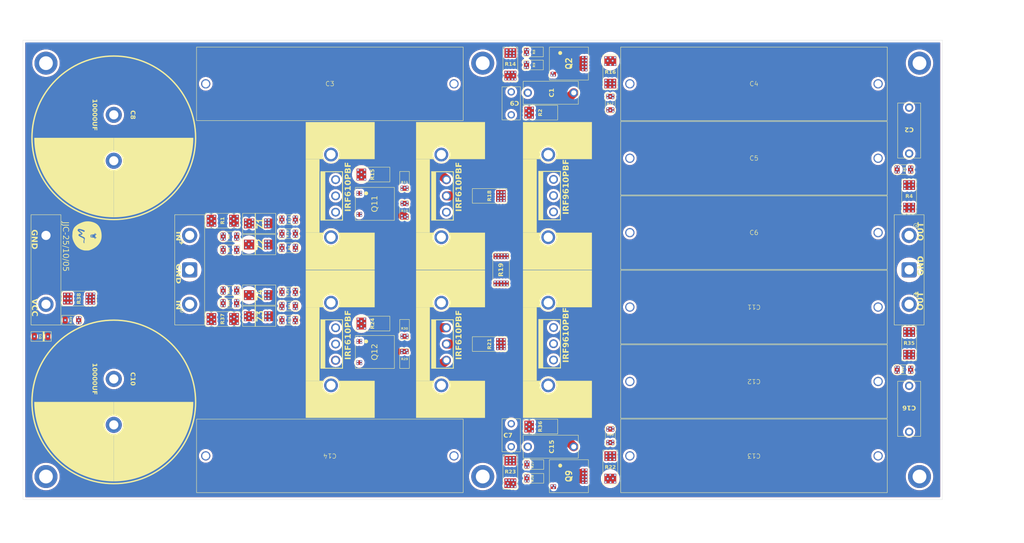
<source format=kicad_pcb>
(kicad_pcb (version 20241229) (generator "pcbnew") (generator_version "9.0")
  (title_block (date "2025-08-30") (rev "V3"))
  (layers (0 "F.Cu" signal) (4 "In1.Cu" signal) (6 "In2.Cu" signal) (8 "In3.Cu" signal) (10 "In4.Cu" signal) (2 "B.Cu" signal) (13 "F.Paste" user) (15 "B.Paste" user) (5 "F.SilkS" user "F.Silkscreen") (7 "B.SilkS" user "B.Silkscreen") (1 "F.Mask" user) (3 "B.Mask" user) (25 "Edge.Cuts" user))
  (net 0 "")
  (net 1 "GND")
  (net 2 "Net-(Q2-E)")
  (net 3 "Net-(C2-Pad1)")
  (net 4 "/VCC")
  (net 5 "Net-(C3-Pad2)")
  (net 6 "Net-(Q3-D)")
  (net 7 "Net-(C11-Pad1)")
  (net 8 "Net-(Q6-D)")
  (net 9 "Net-(Z1-K)")
  (net 10 "Net-(C14-Pad1)")
  (net 11 "Net-(Q9-C)")
  (net 12 "/IN+")
  (net 13 "/IN-")
  (net 14 "/OUT-")
  (net 15 "Net-(Z3-K)")
  (net 16 "/OUT+")
  (net 17 "Net-(Q11-B)")
  (net 18 "Net-(Q11-C)")
  (net 19 "Net-(Q3-G)")
  (net 20 "Net-(Q3-S)")
  (net 21 "Net-(Q12-B)")
  (net 22 "Net-(Q9-B)")
  (net 23 "Net-(Q2-B)")
  (net 24 "Net-(Q2-C)")
  (net 25 "Net-(R18-Pad2)")
  (net 26 "Net-(Q4-S)")
  (net 27 "Net-(Q4-G)")
  (net 28 "Net-(Q5-G)")
  (net 29 "Net-(Q5-S)")
  (net 30 "Net-(Q6-G)")
  (net 31 "Net-(Q6-S)")
  (net 32 "Net-(Q7-S)")
  (net 33 "Net-(Q7-G)")
  (net 34 "Net-(Q8-G)")
  (net 35 "Net-(Q8-S)")
  (net 36 "Net-(R19-Pad2)")
  (net 37 "Net-(D1-K)")
  (net 38 "Net-(Q12-C)")
  (net 39 "Net-(Z1-A)")
  (net 40 "Net-(Z3-A)")
  (footprint "cus_resistor:R_MELF_0207" (layer "F.Cu") (at 147.5 130.75 90)
    (property "Reference" "R22")
    (property "Value" "10K" (hide yes))
  )
  (footprint "cus_transistor:BCP53-16,115" (layer "F.Cu") (at 138.5 42.836543)
    (property "Reference" "Q2")
    (property "Value" "BCX53-16,115" (hide yes))
  )
  (footprint "cus_zener:1SMB5924BT3G" (layer "F.Cu") (at 71.125 77.65)
    (property "Reference" "Z1")
    (property "Value" "1SMB5924BT3G" (hide yes))
  )
  (footprint "generic package:COOLING_FIN" (layer "F.Cu") (at 110.75 80.65 90)
    (property "Reference" "REF**" (hide yes))
    (property "Value" "COOLING_FIN" (hide yes))
  )
  (footprint "cus_resistor:R_MELF_0207" (layer "F.Cu") (at 121.25 103.9)
    (property "Reference" "R21")
    (property "Value" "100" (hide yes))
  )
  (footprint "generic package:R_1206" (layer "F.Cu") (at 130.820278 133.140077)
    (property "Reference" "R28")
    (property "Value" "221" (hide yes))
  )
  (footprint "generic package:R_1206" (layer "F.Cu") (at 147.5 51.4625 90)
    (property "Reference" "R17")
    (property "Value" "4.75K" (hide yes))
  )
  (footprint "cus_resistor:R_MELF_0207" (layer "F.Cu") (at 31.95 94)
    (property "Reference" "R38")
    (property "Value" "3.3" (hide yes))
  )
  (footprint "generic package:COOLING_FIN" (layer "F.Cu") (at 110.75 112.9 90)
    (property "Reference" "REF**" (hide yes))
    (property "Value" "COOLING_FIN" (hide yes))
  )
  (footprint "cus_resistor:R_MELF_0207" (layer "F.Cu") (at 63.197714 77.05 180)
    (property "Reference" "R1")
    (property "Value" "10K" (hide yes))
  )
  (footprint "generic package:R_1206" (layer "F.Cu") (at 77.5375 82.952127 180)
    (property "Reference" "R7")
    (property "Value" "221K" (hide yes))
  )
  (footprint "cus_mosfet:IRF9610PBF" (layer "F.Cu") (at 135.15 107.44 90)
    (property "Reference" "Q6" (hide yes))
    (property "Value" "IRF9610PBF")
  )
  (footprint "3rd package:MKP20106J2EAC461625-扁形" (layer "F.Cu") (at 86.5 47.25)
    (property "Reference" "C3")
    (property "Value" "10UF" (hide yes))
  )
  (footprint "cus_resistor:R_MELF_0207" (layer "F.Cu") (at 212.5 71.75 -90)
    (property "Reference" "R4")
    (property "Value" "100" (hide yes))
  )
  (footprint "generic package:COOLING_FIN" (layer "F.Cu") (at 134 112.9 90)
    (property "Reference" "REF**" (hide yes))
    (property "Value" "COOLING_FIN" (hide yes))
  )
  (footprint "cus_transistor:BCP53-16,115" (layer "F.Cu") (at 138.5 132.663457)
    (property "Reference" "Q9")
    (property "Value" "BCX53-16,115" (hide yes))
  )
  (footprint "generic package:COOLING_FIN" (layer "F.Cu") (at 134 80.65 90)
    (property "Reference" "REF**" (hide yes))
    (property "Value" "COOLING_FIN" (hide yes))
  )
  (footprint "cus_resistor:R_MELF_0207" (layer "F.Cu") (at 125.756236 43 90)
    (property "Reference" "R14")
    (property "Value" "22" (hide yes))
  )
  (footprint "cus_mosfet:IRF610PBF" (layer "F.Cu") (at 87.75 107.44 90)
    (property "Reference" "Q7" (hide yes))
    (property "Value" "IRF610PBF")
  )
  (footprint "cus_zener:1SMB5924BT3G" (layer "F.Cu") (at 71.125 97.85)
    (property "Reference" "Z3")
    (property "Value" "1SMB5924BT3G" (hide yes))
  )
  (footprint "cus_resistor:R_MELF_0207" (layer "F.Cu") (at 125.75 131.75 90)
    (property "Reference" "R23")
    (property "Value" "22" (hide yes))
  )
  (footprint "generic package:R_1206" (layer "F.Cu") (at 64.75 95)
    (property "Reference" "R33")
    (property "Value" "22.1K" (hide yes))
  )
  (footprint "cus_mosfet:IRF610PBF" (layer "F.Cu") (at 111.85 75.19 90)
    (property "Reference" "Q4" (hide yes))
    (property "Value" "IRF610PBF")
  )
  (footprint "generic package:R_1206" (layer "F.Cu") (at 102.741387 100.759009 -90)
    (property "Reference" "R30")
    (property "Value" "221" (hide yes))
  )
  (footprint "generic package:COOLING_FIN" (layer "F.Cu") (at 86.75 80.65 90)
    (property "Reference" "REF**" (hide yes))
    (property "Value" "COOLING_FIN" (hide yes))
  )
  (footprint "generic package:R_1206" (layer "F.Cu") (at 147.5 123.88255 -90)
    (property "Reference" "R20")
    (property "Value" "4.75K" (hide yes))
  )
  (footprint "generic package:R_1206" (layer "F.Cu") (at 77.528491 95.620694 180)
    (property "Reference" "R31")
    (property "Value" "221K" (hide yes))
  )
  (footprint "3rd package:MKP20106J2EAC461625-扁形" (layer "F.Cu") (at 178.75 79.65)
    (property "Reference" "C6")
    (property "Value" "10UF" (hide yes))
  )
  (footprint "generic package:R_1206" (layer "F.Cu") (at 64.759009 83.402127)
    (property "Reference" "R5")
    (property "Value" "22.1K" (hide yes))
  )
  (footprint "cus_mosfet:IRF9610PBF" (layer "F.Cu") (at 135.15 75.19 90)
    (property "Reference" "Q5" (hide yes))
    (property "Value" "IRF9610PBF")
  )
  (footprint "cus_resistor:R_MELF_0207" (layer "F.Cu") (at 63.197714 98.45)
    (property "Reference" "R37")
    (property "Value" "10K" (hide yes))
  )
  (footprint "cus_zener:1SMB5924BT3G" (layer "F.Cu") (at 71.125 82.25)
    (property "Reference" "Z2")
    (property "Value" "1SMB5924BT3G" (hide yes))
  )
  (footprint "cus_mosfet:IRF610PBF" (layer "F.Cu") (at 87.75 75.19 90)
    (property "Reference" "Q3" (hide yes))
    (property "Value" "IRF610PBF")
  )
  (footprint "3rd package:DL80VN10000M35_50 VN" (layer "F.Cu") (at 39.5 111.5 -90)
    (property "Reference" "C10")
    (property "Value" "10000UF")
  )
  (footprint "3rd package:MKP20106J2EAC461625-扁形" (layer "F.Cu") (at 178.75 47.25)
    (property "Reference" "C4")
    (property "Value" "10UF" (hide yes))
  )
  (footprint "3rd package:DL80VN10000M35_50 VN" (layer "F.Cu") (at 39.5 54 -90)
    (property "Reference" "C8")
    (property "Value" "10000UF")
  )
  (footprint "generic package:R_1206" (layer "F.Cu") (at 130.820278 130.138987)
    (property "Reference" "R27")
    (property "Value" "221" (hide yes))
  )
  (footprint "cus_resistor:R_MELF_0207" (layer "F.Cu") (at 132.3 121.865088 180)
    (property "Reference" "R36")
    (property "Value" "10K" (hide yes))
  )
  (footprint "generic package:R_1206" (layer "F.Cu") (at 30.397714 98.702127)
    (property "Reference" "R39")
    (property "Value" "5K" (hide yes))
  )
  (footprint "3rd package:MKP20106J2EAC461625-扁形" (layer "F.Cu") (at 178.75 112.05 180)
    (property "Reference" "C12")
    (property "Value" "10UF" (hide yes))
  )
  (footprint "cus_resistor:R_MELF_0207" (layer "F.Cu") (at 132.3 53.519353)
    (property "Reference" "R2")
    (property "Value" "10K" (hide yes))
  )
  (footprint "generic package:R_1206" (layer "F.Cu") (at 211.357513 109.5)
    (property "Reference" "R32")
    (property "Value" "4.75K" (hide yes))
  )
  (footprint "3rd package:MKP20106J2EAC461625-扁形" (layer "F.Cu") (at 178.75 128.25 180)
    (property "Reference" "C13")
    (property "Value" "10UF" (hide yes))
  )
  (footprint "cus_resistor:R_MELF_0207" (layer "F.Cu") (at 147.5 44.75 -90)
    (property "Reference" "R16")
    (property "Value" "10K" (hide yes))
  )
  (footprint "cus_resistor:R_MELF_0207" (layer "F.Cu") (at 95.802286 67 180)
    (property "Reference" "R15")
    (property "Value" "33" (hide yes))
  )
  (footprint "generic package:R_1206" (layer "F.Cu") (at 64.759009 92.25)
    (property "Reference" "R34")
    (property "Value" "3.32K" (hide yes))
  )
  (footprint "cus_resistor:R_MELF_0207" (layer "F.Cu") (at 212.5 103.75 90)
    (property "Reference" "R35")
    (property "Value" "100" (hide yes))
  )
  (footprint "cus_resistor:R_MELF_0207" (layer "F.Cu") (at 121.25 71.65)
    (property "Reference" "R18")
    (property "Value" "100" (hide yes))
  )
  (footprint "cus_capacitor:B83C681JN1B0120090050EOY" (layer "F.Cu") (at 212.5 59.928644 90)
    (property "Reference" "C2")
    (property "Value" "680PF" (hide yes))
  )
  (footprint "connectors:2线焊盘" (layer "F.Cu") (at 24.75 95.25 90)
    (property "Reference" "CN1" (hide yes))
    (property "Value" "~" (hide yes))
  )
  (footprint "generic package:R_1206" (layer "F.Cu") (at 77.5375 92.556486)
    (property "Reference" "R25")
    (property "Value" "221K" (hide yes))
  )
  (footprint "generic package:LOGO" (layer "F.Cu") (at 33.75 80.25 -90)
    (property "Reference" "JJC***" (hide yes))
    (property "Value" "LOGO" (hide yes))
  )
  (footprint "generic package:R_1206" (layer "F.Cu") (at 102.75 107.003581 90)
    (property "Reference" "R29")
    (property "Value" "221" (hide yes))
  )
  (footprint "generic package:R_1206" (layer "F.Cu") (at 77.528491 76.797873 180)
    (property "Reference" "R12")
    (property "Value" "221K" (hide yes))
  )
  (footprint "connectors:3线焊盘" (layer "F.Cu") (at 56 80.25 -90)
    (property "Reference" "CN2" (hide yes))
    (property "Value" "~" (hide yes))
  )
  (footprint "cus_capacitor:B83C681JN1B0120090050EOY" (layer "F.Cu") (at 212.5 120.5 90)
    (property "Reference" "C16")
    (property "Value" "680PF" (hide yes))
  )
  (footprint "cus_transistor:BCP56-16,115" (layer "F.Cu") (at 96.296286 73.383)
    (property "Reference" "Q11")
    (property "Value" "BCP56-16,115" (hide yes))
  )
  (footprint "cus_capacitor:MES104J2A-7-50R0" (layer "F.Cu") (at 125.95 54 90)
    (property "Reference" "C9")
    (property "Value" "100NF" (hide yes))
  )
  (footprint "cus_capacitor:MES104J2A-7-50R0" (layer "F.Cu") (at 125.95 121.25 -90)
    (property "Reference" "C7")
    (property "Value" "100NF" (hide yes))
  )
  (footprint "generic package:COOLING_FIN" (layer "F.Cu") (at 86.75 112.9 90)
    (property "Reference" "REF**" (hide yes))
    (property "Value" "COOLING_FIN" (hide yes))
  )
  (footprint "cus_capacitor:B83C681JN1B0120090050EOY" (layer "F.Cu") (at 132.05 49.197092)
    (property "Reference" "C1")
    (property "Value" "680PF" (hide yes))
  )
  (footprint "generic package:R_1206" (layer "F.Cu") (at 77.528491 98.693514 180)
    (property "Reference" "R26")
    (property "Value" "221" (hide yes))
  )
  (footprint "cus_transistor:BCP56-16,115" (layer "F.Cu") (at 96.296286 105.633)
    (property "Reference" "Q12")
    (property "Value" "BCP56-16,115" (hide yes))
  )
  (footprint "3rd package:MKP20106J2EAC461625-扁形" (layer "F.Cu") (at 178.75 95.85 180)
    (property "Reference" "C11")
    (property "Value" "10UF" (hide yes))
  )
  (footprint "generic package:R_1206" (layer "F.Cu") (at 102.75 74.753581 90)
    (property "Reference" "R10")
    (property "Value" "221" (hide yes))
  )
  (footprint "generic package:R_1206" (layer "F.Cu") (at 77.5375 79.879307)
    (property "Reference" "R13")
    (property "Value" "221" (hide yes))
  )
  (footprint "cus_resistor:R_MELF_0207" (layer "F.Cu") (at 95.802286 99.445641 180)
    (property "Reference" "R24")
    (property "Value" "33" (hide yes))
  )
  (footprint "cus_mosfet:IRF610PBF" (layer "F.Cu") (at 111.85 107.44 90)
    (property "Reference" "Q8" (hide yes))
    (property "Value" "IRF610PBF")
  )
  (footprint "cus_resistor:R_2512" (layer "F.Cu") (at 123.75 84.7875 -90)
    (property "Reference" "R19")
    (property "Value" "2K" (hide yes))
  )
  (footprint "cus_capacitor:B83C681JN1B0120090050EOY" (layer "F.Cu") (at 132.05 126.25)
    (property "Reference" "C15")
    (property "Value" "680PF" (hide yes))
  )
  (footprint "generic package:R_1206" (layer "F.Cu") (at 211.354466 65.907315 180)
    (property "Reference" "R6")
    (property "Value" "4.75K" (hide yes))
  )
  (footprint "connectors:3线焊盘" (layer "F.Cu") (at 212.5 95.25 90)
    (property "Reference" "CN3" (hide yes))
    (property "Value" "~" (hide yes))
  )
  (footprint "generic package:R_1206" (layer "F.Cu") (at 102.75 68.518705 90)
    (property "Reference" "R11")
    (property "Value" "221" (hide yes))
  )
  (footprint "3rd package:MKP20106J2EAC461625-扁形" (layer "F.Cu") (at 86.5 128.25 180)
    (property "Reference" "C14")
    (property "Value" "10UF" (hide yes))
  )
  (footprint "generic package:R_1206" (layer "F.Cu") (at 64.759009 80.5)
    (property "Reference" "R3")
    (property "Value" "3.32K" (hide yes))
  )
  (footprint "generic package:R_1206" (layer "F.Cu") (at 130.738705 43.143567 180)
    (property "Reference" "R9")
    (property "Value" "221" (hide yes))
  )
  (footprint "generic package:LED_1206" (layer "F.Cu") (at 25.151205 102.245694 180)
    (property "Reference" "D1")
    (property "Value" "LED" (hide yes))
  )
  (footprint "cus_zener:1SMB5924BT3G" (layer "F.Cu") (at 71.125 93.25)
    (property "Reference" "Z4")
    (property "Value" "1SMB5924BT3G" (hide yes))
  )
  (footprint "generic package:R_1206" (layer "F.Cu") (at 130.738705 40.297873 180)
    (property "Reference" "R8")
    (property "Value" "221" (hide yes))
  )
  (footprint "3rd package:MKP20106J2EAC461625-扁形" (layer "F.Cu") (at 178.75 63.45)
    (property "Reference" "C5")
    (property "Value" "10UF" (hide yes))
  )
  (gr_poly (pts (xy 134.5 42.336543) (xy 132.763705 42.268567) (xy 131.638705 42.268567) (xy 131.638705 44.018567) (xy 132.763705 44.018567) (xy 134.5 43.336543) (xy 135.7 43.336543) (xy 141.3 44.486543) (xy 142.5 44.486543) (xy 142.5 41.186543) (xy 141.3 41.186543) (xy 135.7 42.336543)) (fill yes) (layer "F.Cu") (net 24))
  (gr_poly (pts (xy 93.495952 106.133457) (xy 92.295952 106.133457) (xy 92.295952 105.133457) (xy 93.495952 105.133457) (xy 99.095952 103.983457) (xy 100.295952 103.983457) (xy 101.875 104.978581) (xy 103.625 104.978581) (xy 103.625 106.103581) (xy 101.875 106.103581) (xy 100.295952 107.283457) (xy 99.095952 107.283457)) (fill yes) (layer "F.Cu") (net 38))
  (gr_poly (pts (xy 134.5 41.036543) (xy 132.763705 41.172873) (xy 131.638705 41.172873) (xy 131.638705 39.422873) (xy 132.763705 39.422873) (xy 135.7 40.036543) (xy 135.7 41.036543)) (fill yes) (layer "F.Cu") (net 23))
  (gr_poly (pts (xy 131.720278 131.013987) (xy 132.845278 131.013987) (xy 135.7 130.863457) (xy 135.7 129.863457) (xy 132.845278 129.263987) (xy 131.720278 129.263987)) (fill yes) (layer "F.Cu") (net 22))
  (gr_poly (pts (xy 132.845278 132.265077) (xy 131.720278 132.265077) (xy 131.720278 134.015077) (xy 132.845278 134.015077) (xy 134.5 133.163457) (xy 135.7 133.163457) (xy 141.3 134.313457) (xy 142.5 134.313457) (xy 142.5 131.013457) (xy 141.3 131.013457) (xy 135.7 132.163457) (xy 134.5 132.163457)) (fill yes) (layer "F.Cu") (net 11))
  (gr_poly (pts (xy 99.095952 71.733457) (xy 100.295952 71.733457) (xy 101.25 74) (xy 103.625 75.653581) (xy 103.625 76.778581) (xy 101.875 76.778581) (xy 99.095952 75.033457) (xy 93.495952 73.883457) (xy 92.295952 73.883457) (xy 92.295952 72.883457) (xy 93.495952 72.883457)) (fill yes) (layer "F.Cu") (net 18))
  (gr_rect (start 19.75 37.75) (end 219.75 137.75) (stroke (width 0.05)) (fill no) (layer "Edge.Cuts"))
  (via (at 214.75 132.75) (size 5) (drill 3) (layers "F.Cu" "B.Cu") (net 0))
  (via (at 214.75 42.75) (size 5) (drill 3) (layers "F.Cu" "B.Cu") (net 0))
  (via (at 119.75 42.75) (size 5) (drill 3) (layers "F.Cu" "B.Cu") (net 0))
  (via (at 119.75 132.75) (size 5) (drill 3) (layers "F.Cu" "B.Cu") (net 0))
  (via (at 24.75 132.75) (size 5) (drill 3) (layers "F.Cu" "B.Cu") (net 0))
  (via (at 24.75 42.75) (size 5) (drill 3) (layers "F.Cu" "B.Cu") (net 0))
  (via (at 63.283477 92.315799) (size 0.5) (drill 0.3) (layers "F.Cu" "B.Cu") (net 1))
  (via (at 146.523299 41.548603) (size 0.5) (drill 0.3) (layers "F.Cu" "B.Cu") (net 1))
  (via (at 148.490636 133.997056) (size 0.5) (drill 0.3) (layers "F.Cu" "B.Cu") (net 1))
  (via (at 93.2848 108.212631) (size 0.5) (drill 0.3) (layers "F.Cu" "B.Cu") (net 1))
  (via (at 63.605787 95.577731) (size 0.5) (drill 0.3) (layers "F.Cu" "B.Cu") (net 1))
  (via (at 209.591896 65.276155) (size 0.5) (drill 0.3) (layers "F.Cu" "B.Cu") (net 1))
  (via (at 94.090721 66.969329) (size 0.5) (drill 0.3) (layers "F.Cu" "B.Cu") (net 1))
  (via (at 93.362829 66.479885) (size 0.5) (drill 0.3) (layers "F.Cu" "B.Cu") (net 1))
  (via (at 92.517117 108.204347) (size 0.5) (drill 0.3) (layers "F.Cu" "B.Cu") (net 1))
  (via (at 93.344123 98.916139) (size 0.5) (drill 0.3) (layers "F.Cu" "B.Cu") (net 1))
  (via (at 62.980583 81.058248) (size 0.5) (drill 0.3) (layers "F.Cu" "B.Cu") (net 1))
  (via (at 62.980583 79.908805) (size 0.5) (drill 0.3) (layers "F.Cu" "B.Cu") (net 1))
  (via (at 146.937335 133.235938) (size 0.5) (drill 0.3) (layers "F.Cu" "B.Cu") (net 1))
  (via (at 210.119033 108.934516) (size 0.5) (drill 0.3) (layers "F.Cu" "B.Cu") (net 1))
  (via (at 94.14092 68.036066) (size 0.5) (drill 0.3) (layers "F.Cu" "B.Cu") (net 1))
  (via (at 93.331574 100.058175) (size 0.5) (drill 0.3) (layers "F.Cu" "B.Cu") (net 1))
  (via (at 79.304784 96.236103) (size 0.5) (drill 0.3) (layers "F.Cu" "B.Cu") (net 1))
  (via (at 63.613553 94.436055) (size 0.5) (drill 0.3) (layers "F.Cu" "B.Cu") (net 1))
  (via (at 148.088622 122.094882) (size 0.5) (drill 0.3) (layers "F.Cu" "B.Cu") (net 1))
  (via (at 63.617437 83.982338) (size 0.5) (drill 0.3) (layers "F.Cu" "B.Cu") (net 1))
  (via (at 93.266311 75.405043) (size 0.5) (drill 0.3) (layers "F.Cu" "B.Cu") (net 1))
  (via (at 210.189514 65.331021) (size 0.5) (drill 0.3) (layers "F.Cu" "B.Cu") (net 1))
  (via (at 148.072203 52.644213) (size 0.5) (drill 0.3) (layers "F.Cu" "B.Cu") (net 1))
  (via (at 32.172501 98.085181) (size 0.5) (drill 0.3) (layers "F.Cu" "B.Cu") (net 1))
  (via (at 78.708101 96.215854) (size 0.5) (drill 0.3) (layers "F.Cu" "B.Cu") (net 1))
  (via (at 78.698991 95.012091) (size 0.5) (drill 0.3) (layers "F.Cu" "B.Cu") (net 1))
  (via (at 63.318426 80.479644) (size 0.5) (drill 0.3) (layers "F.Cu" "B.Cu") (net 1))
  (via (at 69.592644 93.983473) (size 0.5) (drill 0.3) (layers "F.Cu" "B.Cu") (net 1))
  (via (at 68.239176 82.855433) (size 0.5) (drill 0.3) (layers "F.Cu" "B.Cu") (net 1))
  (via (at 146.928023 52.609289) (size 0.5) (drill 0.3) (layers "F.Cu" "B.Cu") (net 1))
  (via (at 62.957284 94.436055) (size 0.5) (drill 0.3) (layers "F.Cu" "B.Cu") (net 1))
  (via (at 93.362829 67.621921) (size 0.5) (drill 0.3) (layers "F.Cu" "B.Cu") (net 1))
  (via (at 78.690974 82.3445) (size 0.5) (drill 0.3) (layers "F.Cu" "B.Cu") (net 1))
  (via (at 209.596003 110.044947) (size 0.5) (drill 0.3) (layers "F.Cu" "B.Cu") (net 1))
  (via (at 63.291243 95.00301) (size 0.5) (drill 0.3) (layers "F.Cu" "B.Cu") (net 1))
  (via (at 209.885681 109.481685) (size 0.5) (drill 0.3) (layers "F.Cu" "B.Cu") (net 1))
  (via (at 209.571452 108.874097) (size 0.5) (drill 0.3) (layers "F.Cu" "B.Cu") (net 1))
  (via (at 209.618205 66.465592) (size 0.5) (drill 0.3) (layers "F.Cu" "B.Cu") (net 1))
  (via (at 146.498528 132.447638) (size 0.5) (drill 0.3) (layers "F.Cu" "B.Cu") (net 1))
  (via (at 147.471051 122.310492) (size 0.5) (drill 0.3) (layers "F.Cu" "B.Cu") (net 1))
  (via (at 92.653763 66.91913) (size 0.5) (drill 0.3) (layers "F.Cu" "B.Cu") (net 1))
  (via (at 147.532945 41.540836) (size 0.5) (drill 0.3) (layers "F.Cu" "B.Cu") (net 1))
  (via (at 68.151408 93.98705) (size 0.5) (drill 0.3) (layers "F.Cu" "B.Cu") (net 1))
  (via (at 92.5221 75.406424) (size 0.5) (drill 0.3) (layers "F.Cu" "B.Cu") (net 1))
  (via (at 68.215037 81.519697) (size 0.5) (drill 0.3) (layers "F.Cu" "B.Cu") (net 1))
  (via (at 210.225649 66.503274) (size 0.5) (drill 0.3) (layers "F.Cu" "B.Cu") (net 1))
  (via (at 63.625203 92.836155) (size 0.5) (drill 0.3) (layers "F.Cu" "B.Cu") (net 1))
  (via (at 146.490761 133.973756) (size 0.5) (drill 0.3) (layers "F.Cu" "B.Cu") (net 1))
  (via (at 92.609838 68.029792) (size 0.5) (drill 0.3) (layers "F.Cu" "B.Cu") (net 1))
  (via (at 147.492848 52.994687) (size 0.5) (drill 0.3) (layers "F.Cu" "B.Cu") (net 1))
  (via (at 146.938187 122.128102) (size 0.5) (drill 0.3) (layers "F.Cu" "B.Cu") (net 1))
  (via (at 32.168026 99.324248) (size 0.5) (drill 0.3) (layers "F.Cu" "B.Cu") (net 1))
  (via (at 93.273754 107.637329) (size 0.5) (drill 0.3) (layers "F.Cu" "B.Cu") (net 1))
  (via (at 69.430074 82.86348) (size 0.5) (drill 0.3) (layers "F.Cu" "B.Cu") (net 1))
  (via (at 62.9767 82.836778) (size 0.5) (drill 0.3) (layers "F.Cu" "B.Cu") (net 1))
  (via (at 148.503758 41.525303) (size 0.5) (drill 0.3) (layers "F.Cu" "B.Cu") (net 1))
  (via (at 31.581518 98.095601) (size 0.5) (drill 0.3) (layers "F.Cu" "B.Cu") (net 1))
  (via (at 92.647607 98.464344) (size 0.5) (drill 0.3) (layers "F.Cu" "B.Cu") (net 1))
  (via (at 79.021918 95.620405) (size 0.5) (drill 0.3) (layers "F.Cu" "B.Cu") (net 1))
  (via (at 68.858765 82.155379) (size 0.5) (drill 0.3) (layers "F.Cu" "B.Cu") (net 1))
  (via (at 63.62132 82.825128) (size 0.5) (drill 0.3) (layers "F.Cu" "B.Cu") (net 1))
  (via (at 148.093321 122.689576) (size 0.5) (drill 0.3) (layers "F.Cu" "B.Cu") (net 1))
  (via (at 92.666431 99.355383) (size 0.5) (drill 0.3) (layers "F.Cu" "B.Cu") (net 1))
  (via (at 148.484342 43.082487) (size 0.5) (drill 0.3) (layers "F.Cu" "B.Cu") (net 1))
  (via (at 210.211418 110.09811) (size 0.5) (drill 0.3) (layers "F.Cu" "B.Cu") (net 1))
  (via (at 62.9767 92.843921) (size 0.5) (drill 0.3) (layers "F.Cu" "B.Cu") (net 1))
  (via (at 146.917069 53.205687) (size 0.5) (drill 0.3) (layers "F.Cu" "B.Cu") (net 1))
  (via (at 79.306086 83.556086) (size 0.5) (drill 0.3) (layers "F.Cu" "B.Cu") (net 1))
  (via (at 93.275976 75.968379) (size 0.5) (drill 0.3) (layers "F.Cu" "B.Cu") (net 1))
  (via (at 63.617437 81.081548) (size 0.5) (drill 0.3) (layers "F.Cu" "B.Cu") (net 1))
  (via (at 31.541855 99.3123) (size 0.5) (drill 0.3) (layers "F.Cu" "B.Cu") (net 1))
  (via (at 63.617437 79.893272) (size 0.5) (drill 0.3) (layers "F.Cu" "B.Cu") (net 1))
  (via (at 62.96505 95.593264) (size 0.5) (drill 0.3) (layers "F.Cu" "B.Cu") (net 1))
  (via (at 69.582959 81.543837) (size 0.5) (drill 0.3) (layers "F.Cu" "B.Cu") (net 1))
  (via (at 148.006702 42.220405) (size 0.5) (drill 0.3) (layers "F.Cu" "B.Cu") (net 1))
  (via (at 148.510053 132.435988) (size 0.5) (drill 0.3) (layers "F.Cu" "B.Cu") (net 1))
  (via (at 209.86765 65.870143) (size 0.5) (drill 0.3) (layers "F.Cu" "B.Cu") (net 1))
  (via (at 147.544595 43.113553) (size 0.5) (drill 0.3) (layers "F.Cu" "B.Cu") (net 1))
  (via (at 148.067362 133.150507) (size 0.5) (drill 0.3) (layers "F.Cu" "B.Cu") (net 1))
  (via (at 92.634938 66.021815) (size 0.5) (drill 0.3) (layers "F.Cu" "B.Cu") (net 1))
  (via (at 68.265848 92.538661) (size 0.5) (drill 0.3) (layers "F.Cu" "B.Cu") (net 1))
  (via (at 79.271363 82.375696) (size 0.5) (drill 0.3) (layers "F.Cu" "B.Cu") (net 1))
  (via (at 79.062151 82.890679) (size 0.5) (drill 0.3) (layers "F.Cu" "B.Cu") (net 1))
  (via (at 92.520799 107.643773) (size 0.5) (drill 0.3) (layers "F.Cu" "B.Cu") (net 1))
  (via (at 94.06574 99.367933) (size 0.5) (drill 0.3) (layers "F.Cu" "B.Cu") (net 1))
  (via (at 146.472817 43.090254) (size 0.5) (drill 0.3) (layers "F.Cu" "B.Cu") (net 1))
  (via (at 62.972817 83.962922) (size 0.5) (drill 0.3) (layers "F.Cu" "B.Cu") (net 1))
  (via (at 146.889463 122.700675) (size 0.5) (drill 0.3) (layers "F.Cu" "B.Cu") (net 1))
  (via (at 147.477107 132.428222) (size 0.5) (drill 0.3) (layers "F.Cu" "B.Cu") (net 1))
  (via (at 63.314543 83.392083) (size 0.5) (drill 0.3) (layers "F.Cu" "B.Cu") (net 1))
  (via (at 62.968933 91.686712) (size 0.5) (drill 0.3) (layers "F.Cu" "B.Cu") (net 1))
  (via (at 79.25527 95.033003) (size 0.5) (drill 0.3) (layers "F.Cu" "B.Cu") (net 1))
  (via (at 63.625203 91.663412) (size 0.5) (drill 0.3) (layers "F.Cu" "B.Cu") (net 1))
  (via (at 92.513816 75.961475) (size 0.5) (drill 0.3) (layers "F.Cu" "B.Cu") (net 1))
  (via (at 94.103389 100.466045) (size 0.5) (drill 0.3) (layers "F.Cu" "B.Cu") (net 1))
  (via (at 94.071896 66.002991) (size 0.5) (drill 0.3) (layers "F.Cu" "B.Cu") (net 1))
  (via (at 94.06574 98.439244) (size 0.5) (drill 0.3) (layers "F.Cu" "B.Cu") (net 1))
  (via (at 69.674898 92.556542) (size 0.5) (drill 0.3) (layers "F.Cu" "B.Cu") (net 1))
  (via (at 31.870798 98.729793) (size 0.5) (drill 0.3) (layers "F.Cu" "B.Cu") (net 1))
  (via (at 148.109319 53.245371) (size 0.5) (drill 0.3) (layers "F.Cu" "B.Cu") (net 1))
  (via (at 92.597407 100.453495) (size 0.5) (drill 0.3) (layers "F.Cu" "B.Cu") (net 1))
  (via (at 147.558656 133.993173) (size 0.5) (drill 0.3) (layers "F.Cu" "B.Cu") (net 1))
  (via (at 78.724194 83.478081) (size 0.5) (drill 0.3) (layers "F.Cu" "B.Cu") (net 1))
  (via (at 146.919391 42.235938) (size 0.5) (drill 0.3) (layers "F.Cu" "B.Cu") (net 1))
  (via (at 68.884543 93.239609) (size 0.5) (drill 0.3) (layers "F.Cu" "B.Cu") (net 1))
  (via (at 126.814743 134.992435) (size 0.5) (drill 0.3) (layers "F.Cu" "B.Cu") (net 2))
  (via (at 126.118226 133.568027) (size 0.5) (drill 0.3) (layers "F.Cu" "B.Cu") (net 2))
  (via (at 125.184064 134.190639) (size 0.5) (drill 0.3) (layers "F.Cu" "B.Cu") (net 2))
  (via (at 124.737847 134.767932) (size 0.5) (drill 0.3) (layers "F.Cu" "B.Cu") (net 2))
  (via (at 34.367236 93.740672) (size 0.5) (drill 0.3) (layers "F.Cu" "B.Cu") (net 2))
  (via (at 124.778481 44.73526) (size 0.5) (drill 0.3) (layers "F.Cu" "B.Cu") (net 2))
  (via (at 125.503283 133.530377) (size 0.5) (drill 0.3) (layers "F.Cu" "B.Cu") (net 2))
  (via (at 33.606865 94.406901) (size 0.5) (drill 0.3) (layers "F.Cu" "B.Cu") (net 2))
  (via (at 134.788567 134.747873) (size 0.5) (drill 0.3) (layers "F.Cu" "B.Cu") (net 2))
  (via (at 34.328614 94.411729) (size 0.5) (drill 0.3) (layers "F.Cu" "B.Cu") (net 2))
  (via (at 126.451794 45.479885) (size 0.5) (drill 0.3) (layers "F.Cu" "B.Cu") (net 2))
  (via (at 134.937265 44.8602) (size 0.5) (drill 0.3) (layers "F.Cu" "B.Cu") (net 2))
  (via (at 125.192626 45.488251) (size 0.5) (drill 0.3) (layers "F.Cu" "B.Cu") (net 2))
  (via (at 126.184064 46.232876) (size 0.5) (drill 0.3) (layers "F.Cu" "B.Cu") (net 2))
  (via (at 126.799007 44.722711) (size 0.5) (drill 0.3) (layers "F.Cu" "B.Cu") (net 2))
  (via (at 35.198803 92.95109) (size 0.5) (drill 0.3) (layers "F.Cu" "B.Cu") (net 2))
  (via (at 135.182433 135.221004) (size 0.5) (drill 0.3) (layers "F.Cu" "B.Cu") (net 2))
  (via (at 126.129681 44.722711) (size 0.5) (drill 0.3) (layers "F.Cu" "B.Cu") (net 2))
  (via (at 34.357581 95.058648) (size 0.5) (drill 0.3) (layers "F.Cu" "B.Cu") (net 2))
  (via (at 124.838141 133.524102) (size 0.5) (drill 0.3) (layers "F.Cu" "B.Cu") (net 2))
  (via (at 134.728717 45.389392) (size 0.5) (drill 0.3) (layers "F.Cu" "B.Cu") (net 2))
  (via (at 33.749295 93.057764) (size 0.5) (drill 0.3) (layers "F.Cu" "B.Cu") (net 2))
  (via (at 125.443623 46.232876) (size 0.5) (drill 0.3) (layers "F.Cu" "B.Cu") (net 2))
  (via (at 135.299705 45.404896) (size 0.5) (drill 0.3) (layers "F.Cu" "B.Cu") (net 2))
  (via (at 35.167428 95.01554) (size 0.5) (drill 0.3) (layers "F.Cu" "B.Cu") (net 2))
  (via (at 126.758268 133.574302) (size 0.5) (drill 0.3) (layers "F.Cu" "B.Cu") (net 2))
  (via (at 33.611247 95.04064) (size 0.5) (drill 0.3) (layers "F.Cu" "B.Cu") (net 2))
  (via (at 126.093126 134.942235) (size 0.5) (drill 0.3) (layers "F.Cu" "B.Cu") (net 2))
  (via (at 34.427583 93.021337) (size 0.5) (drill 0.3) (layers "F.Cu" "B.Cu") (net 2))
  (via (at 35.129779 93.609957) (size 0.5) (drill 0.3) (layers "F.Cu" "B.Cu") (net 2))
  (via (at 125.439439 44.731077) (size 0.5) (drill 0.3) (layers "F.Cu" "B.Cu") (net 2))
  (via (at 33.626176 93.670669) (size 0.5) (drill 0.3) (layers "F.Cu" "B.Cu") (net 2))
  (via (at 125.376495 134.857175) (size 0.5) (drill 0.3) (layers "F.Cu" "B.Cu") (net 2))
  (via (at 126.81574 46.228693) (size 0.5) (drill 0.3) (layers "F.Cu" "B.Cu") (net 2))
  (via (at 135.444771 134.711517) (size 0.5) (drill 0.3) (layers "F.Cu" "B.Cu") (net 2))
  (via (at 126.406873 134.277093) (size 0.5) (drill 0.3) (layers "F.Cu" "B.Cu") (net 2))
  (via (at 35.117229 94.375498) (size 0.5) (drill 0.3) (layers "F.Cu" "B.Cu") (net 2))
  (via (at 124.728281 46.228693) (size 0.5) (drill 0.3) (layers "F.Cu" "B.Cu") (net 2))
  (via (at 212.812528 65.928644) (size 0.5) (drill 0.3) (layers "F.Cu" "B.Cu") (net 3))
  (via (at 213.122108 66.482629) (size 0.5) (drill 0.3) (layers "F.Cu" "B.Cu") (net 3))
  (via (at 212.519242 65.366513) (size 0.5) (drill 0.3) (layers "F.Cu" "B.Cu") (net 3))
  (via (at 211.566063 69.399194) (size 0.5) (drill 0.3) (layers "F.Cu" "B.Cu") (net 3))
  (via (at 213.377797 68.579408) (size 0.5) (drill 0.3) (layers "F.Cu" "B.Cu") (net 3))
  (via (at 212.489792 68.571261) (size 0.5) (drill 0.3) (layers "F.Cu" "B.Cu") (net 3))
  (via (at 213.304476 69.231154) (size 0.5) (drill 0.3) (layers "F.Cu" "B.Cu") (net 3))
  (via (at 212.5 69.3) (size 0.5) (drill 0.3) (layers "F.Cu" "B.Cu") (net 3))
  (via (at 212.494802 66.474482) (size 0.5) (drill 0.3) (layers "F.Cu" "B.Cu") (net 3))
  (via (at 213.146548 65.358366) (size 0.5) (drill 0.3) (layers "F.Cu" "B.Cu") (net 3))
  (via (at 211.541622 70.075381) (size 0.5) (drill 0.3) (layers "F.Cu" "B.Cu") (net 3))
  (via (at 211.557916 68.600805) (size 0.5) (drill 0.3) (layers "F.Cu" "B.Cu") (net 3))
  (via (at 212.530527 70.029544) (size 0.5) (drill 0.3) (layers "F.Cu" "B.Cu") (net 3))
  (via (at 213.36965 69.996956) (size 0.5) (drill 0.3) (layers "F.Cu" "B.Cu") (net 3))
  (via (at 29.5 94) (size 0.5) (drill 0.3) (layers "F.Cu" "B.Cu") (net 4))
  (via (at 29.538346 93.087718) (size 0.5) (drill 0.3) (layers "F.Cu" "B.Cu") (net 4))
  (via (at 29.51119 94.869159) (size 0.5) (drill 0.3) (layers "F.Cu" "B.Cu") (net 4))
  (via (at 30.217248 93.0497) (size 0.5) (drill 0.3) (layers "F.Cu" "B.Cu") (net 4))
  (via (at 30.228111 94.863727) (size 0.5) (drill 0.3) (layers "F.Cu" "B.Cu") (net 4))
  (via (at 28.810562 93.087718) (size 0.5) (drill 0.3) (layers "F.Cu" "B.Cu") (net 4))
  (via (at 30.173799 94.000163) (size 0.5) (drill 0.3) (layers "F.Cu" "B.Cu") (net 4))
  (via (at 28.821425 94.000163) (size 0.5) (drill 0.3) (layers "F.Cu" "B.Cu") (net 4))
  (via (at 28.750819 94.885452) (size 0.5) (drill 0.3) (layers "F.Cu" "B.Cu") (net 4))
  (via (at 22.226205 102.245694) (size 0.6) (drill 0.3) (layers "F.Cu" "B.Cu") (net 4))
  (via (at 76.071777 76.828729) (size 0.5) (drill 0.3) (layers "F.Cu" "B.Cu") (net 5))
  (via (at 76.380496 82.397314) (size 0.5) (drill 0.3) (layers "F.Cu" "B.Cu") (net 5))
  (via (at 75.739759 79.315952) (size 0.5) (drill 0.3) (layers "F.Cu" "B.Cu") (net 5))
  (via (at 75.745584 82.414788) (size 0.5) (drill 0.3) (layers "F.Cu" "B.Cu") (net 5))
  (via (at 76.374671 83.56229) (size 0.5) (drill 0.3) (layers "F.Cu" "B.Cu") (net 5))
  (via (at 76.083427 83.055525) (size 0.5) (drill 0.3) (layers "F.Cu" "B.Cu") (net 5))
  (via (at 76.403795 76.222941) (size 0.5) (drill 0.3) (layers "F.Cu" "B.Cu") (net 5))
  (via (at 75.728109 76.222941) (size 0.5) (drill 0.3) (layers "F.Cu" "B.Cu") (net 5))
  (via (at 76.397971 79.333427) (size 0.5) (drill 0.3) (layers "F.Cu" "B.Cu") (net 5))
  (via (at 75.745584 80.480928) (size 0.5) (drill 0.3) (layers "F.Cu" "B.Cu") (net 5))
  (via (at 76.386321 80.469279) (size 0.5) (drill 0.3) (layers "F.Cu" "B.Cu") (net 5))
  (via (at 76.392146 77.370443) (size 0.5) (drill 0.3) (layers "F.Cu" "B.Cu") (net 5))
  (via (at 76.054303 79.915915) (size 0.5) (drill 0.3) (layers "F.Cu" "B.Cu") (net 5))
  (via (at 75.728109 77.376268) (size 0.5) (drill 0.3) (layers "F.Cu" "B.Cu") (net 5))
  (via (at 75.757234 83.544815) (size 0.5) (drill 0.3) (layers "F.Cu" "B.Cu") (net 5))
  (via (at 79.312433 76.218619) (size 0.5) (drill 0.3) (layers "F.Cu" "B.Cu") (net 6))
  (via (at 148.314683 47.212309) (size 0.5) (drill 0.3) (layers "F.Cu" "B.Cu") (net 6))
  (via (at 148.34727 47.902074) (size 0.5) (drill 0.3) (layers "F.Cu" "B.Cu") (net 6))
  (via (at 147.478275 46.538837) (size 0.5) (drill 0.3) (layers "F.Cu" "B.Cu") (net 6))
  (via (at 146.897134 49.688945) (size 0.5) (drill 0.3) (layers "F.Cu" "B.Cu") (net 6))
  (via (at 147.5 47.2) (size 0.5) (drill 0.3) (layers "F.Cu" "B.Cu") (net 6))
  (via (at 146.544105 47.168859) (size 0.5) (drill 0.3) (layers "F.Cu" "B.Cu") (net 6))
  (via (at 146.495224 47.912936) (size 0.5) (drill 0.3) (layers "F.Cu" "B.Cu") (net 6))
  (via (at 148.053984 50.324398) (size 0.5) (drill 0.3) (layers "F.Cu" "B.Cu") (net 6))
  (via (at 78.670342 76.213791) (size 0.5) (drill 0.3) (layers "F.Cu" "B.Cu") (net 6))
  (via (at 147.5 50) (size 0.5) (drill 0.3) (layers "F.Cu" "B.Cu") (net 6))
  (via (at 146.907996 50.318967) (size 0.5) (drill 0.3) (layers "F.Cu" "B.Cu") (net 6))
  (via (at 79.300363 77.391763) (size 0.5) (drill 0.3) (layers "F.Cu" "B.Cu") (net 6))
  (via (at 78.670342 77.391763) (size 0.5) (drill 0.3) (layers "F.Cu" "B.Cu") (net 6))
  (via (at 146.538673 46.473663) (size 0.5) (drill 0.3) (layers "F.Cu" "B.Cu") (net 6))
  (via (at 148.374426 46.511681) (size 0.5) (drill 0.3) (layers "F.Cu" "B.Cu") (net 6))
  (via (at 147.467412 47.934661) (size 0.5) (drill 0.3) (layers "F.Cu" "B.Cu") (net 6))
  (via (at 148.086571 49.672652) (size 0.5) (drill 0.3) (layers "F.Cu" "B.Cu") (net 6))
  (via (at 78.979318 76.848641) (size 0.5) (drill 0.3) (layers "F.Cu" "B.Cu") (net 6))
  (via (at 212.494896 110.069786) (size 0.5) (drill 0.3) (layers "F.Cu" "B.Cu") (net 7))
  (via (at 211.539001 106.925109) (size 0.5) (drill 0.3) (layers "F.Cu" "B.Cu") (net 7))
  (via (at 213.141211 108.907505) (size 0.5) (drill 0.3) (layers "F.Cu" "B.Cu") (net 7))
  (via (at 212.522052 105.540148) (size 0.5) (drill 0.3) (layers "F.Cu" "B.Cu") (net 7))
  (via (at 212.820013 109.5) (size 0.5) (drill 0.3) (layers "F.Cu" "B.Cu") (net 7))
  (via (at 213.331304 106.219051) (size 0.5) (drill 0.3) (layers "F.Cu" "B.Cu") (net 7))
  (via (at 211.587882 106.202757) (size 0.5) (drill 0.3) (layers "F.Cu" "B.Cu") (net 7))
  (via (at 211.582451 105.55101) (size 0.5) (drill 0.3) (layers "F.Cu" "B.Cu") (net 7))
  (via (at 212.494896 106.887091) (size 0.5) (drill 0.3) (layers "F.Cu" "B.Cu") (net 7))
  (via (at 213.418204 105.529285) (size 0.5) (drill 0.3) (layers "F.Cu" "B.Cu") (net 7))
  (via (at 212.500327 108.923799) (size 0.5) (drill 0.3) (layers "F.Cu" "B.Cu") (net 7))
  (via (at 213.130349 110.08608) (size 0.5) (drill 0.3) (layers "F.Cu" "B.Cu") (net 7))
  (via (at 213.391047 106.908816) (size 0.5) (drill 0.3) (layers "F.Cu" "B.Cu") (net 7))
  (via (at 212.5 106.2) (size 0.5) (drill 0.3) (layers "F.Cu" "B.Cu") (net 7))
  (via (at 148.307277 128.345959) (size 0.5) (drill 0.3) (layers "F.Cu" "B.Cu") (net 8))
  (via (at 148.064683 125.659315) (size 0.5) (drill 0.3) (layers "F.Cu" "B.Cu") (net 8))
  (via (at 78.671712 93.152789) (size 0.5) (drill 0.3) (layers "F.Cu" "B.Cu") (net 8))
  (via (at 147.5 128.3) (size 0.5) (drill 0.3) (layers "F.Cu" "B.Cu") (net 8))
  (via (at 79.323459 93.131869) (size 0.5) (drill 0.3) (layers "F.Cu" "B.Cu") (net 8))
  (via (at 78.983907 92.600816) (size 0.5) (drill 0.3) (layers "F.Cu" "B.Cu") (net 8))
  (via (at 148.361589 129.01581) (size 0.5) (drill 0.3) (layers "F.Cu" "B.Cu") (net 8))
  (via (at 146.670669 128.345959) (size 0.5) (drill 0.3) (layers "F.Cu" "B.Cu") (net 8))
  (via (at 148.310898 127.603692) (size 0.5) (drill 0.3) (layers "F.Cu" "B.Cu") (net 8))
  (via (at 146.945851 125.040156) (size 0.5) (drill 0.3) (layers "F.Cu" "B.Cu") (net 8))
  (via (at 146.623599 129.06288) (size 0.5) (drill 0.3) (layers "F.Cu" "B.Cu") (net 8))
  (via (at 147.5 125.34505) (size 0.5) (drill 0.3) (layers "F.Cu" "B.Cu") (net 8))
  (via (at 147.499836 129.023052) (size 0.5) (drill 0.3) (layers "F.Cu" "B.Cu") (net 8))
  (via (at 146.659807 127.643521) (size 0.5) (drill 0.3) (layers "F.Cu" "B.Cu") (net 8))
  (via (at 148.05382 125.01481) (size 0.5) (drill 0.3) (layers "F.Cu" "B.Cu") (net 8))
  (via (at 79.328287 92.016658) (size 0.5) (drill 0.3) (layers "F.Cu" "B.Cu") (net 8))
  (via (at 146.927747 125.662936) (size 0.5) (drill 0.3) (layers "F.Cu" "B.Cu") (net 8))
  (via (at 78.668531 91.994077) (size 0.5) (drill 0.3) (layers "F.Cu" "B.Cu") (net 8))
  (via (at 147.47449 127.621796) (size 0.5) (drill 0.3) (layers "F.Cu" "B.Cu") (net 8))
  (via (at 65.574783 76.64111) (size 0.5) (drill 0.3) (layers "F.Cu" "B.Cu") (net 9))
  (via (at 66.547538 82.820713) (size 0.5) (drill 0.3) (layers "F.Cu" "B.Cu") (net 9))
  (via (at 68.150037 78.390266) (size 0.5) (drill 0.3) (layers "F.Cu" "B.Cu") (net 9))
  (via (at 66.524239 81.100432) (size 0.5) (drill 0.3) (layers "F.Cu" "B.Cu") (net 9))
  (via (at 68.948045 78.093198) (size 0.5) (drill 0.3) (layers "F.Cu" "B.Cu") (net 9))
  (via (at 65.899035 83.993455) (size 0.5) (drill 0.3) (layers "F.Cu" "B.Cu") (net 9))
  (via (at 64.910747 77.112926) (size 0.5) (drill 0.3) (layers "F.Cu" "B.Cu") (net 9))
  (via (at 69.716929 77.609733) (size 0.5) (drill 0.3) (layers "F.Cu" "B.Cu") (net 9))
  (via (at 65.586433 77.672114) (size 0.5) (drill 0.3) (layers "F.Cu" "B.Cu") (net 9))
  (via (at 66.407741 78.044906) (size 0.5) (drill 0.3) (layers "F.Cu" "B.Cu") (net 9))
  (via (at 66.361142 77.013903) (size 0.5) (drill 0.3) (layers "F.Cu" "B.Cu") (net 9))
  (via (at 66.244644 83.430384) (size 0.5) (drill 0.3) (layers "F.Cu" "B.Cu") (net 9))
  (via (at 64.887448 78.074031) (size 0.5) (drill 0.3) (layers "F.Cu" "B.Cu") (net 9))
  (via (at 66.244644 80.56066) (size 0.5) (drill 0.3) (layers "F.Cu" "B.Cu") (net 9))
  (via (at 68.190811 77.621382) (size 0.5) (drill 0.3) (layers "F.Cu" "B.Cu") (net 9))
  (via (at 65.902918 82.820713) (size 0.5) (drill 0.3) (layers "F.Cu" "B.Cu") (net 9))
  (via (at 66.349492 76.105221) (size 0.5) (drill 0.3) (layers "F.Cu" "B.Cu") (net 9))
  (via (at 66.547538 83.981806) (size 0.5) (drill 0.3) (layers "F.Cu" "B.Cu") (net 9))
  (via (at 69.722754 78.448515) (size 0.5) (drill 0.3) (layers "F.Cu" "B.Cu") (net 9))
  (via (at 65.902918 79.943223) (size 0.5) (drill 0.3) (layers "F.Cu" "B.Cu") (net 9))
  (via (at 64.939871 76.134346) (size 0.5) (drill 0.3) (layers "F.Cu" "B.Cu") (net 9))
  (via (at 69.711105 76.869973) (size 0.5) (drill 0.3) (layers "F.Cu" "B.Cu") (net 9))
  (via (at 68.184986 76.887448) (size 0.5) (drill 0.3) (layers "F.Cu" "B.Cu") (net 9))
  (via (at 65.930101 81.123731) (size 0.5) (drill 0.3) (layers "F.Cu" "B.Cu") (net 9))
  (via (at 66.532005 79.950989) (size 0.5) (drill 0.3) (layers "F.Cu" "B.Cu") (net 9))
  (via (at 68.982995 77.27189) (size 0.5) (drill 0.3) (layers "F.Cu" "B.Cu") (net 9))
  (via (at 75.743705 96.190102) (size 0.5) (drill 0.3) (layers "F.Cu" "B.Cu") (net 10))
  (via (at 75.746294 95.025126) (size 0.5) (drill 0.3) (layers "F.Cu" "B.Cu") (net 10))
  (via (at 76.139797 98.711105) (size 0.5) (drill 0.3) (layers "F.Cu" "B.Cu") (net 10))
  (via (at 76.126852 92.557966) (size 0.5) (drill 0.3) (layers "F.Cu" "B.Cu") (net 10))
  (via (at 76.393502 93.14822) (size 0.5) (drill 0.3) (layers "F.Cu" "B.Cu") (net 10))
  (via (at 75.73788 98.116967) (size 0.5) (drill 0.3) (layers "F.Cu" "B.Cu") (net 10))
  (via (at 76.384442 98.093667) (size 0.5) (drill 0.3) (layers "F.Cu" "B.Cu") (net 10))
  (via (at 76.372792 99.299417) (size 0.5) (drill 0.3) (layers "F.Cu" "B.Cu") (net 10))
  (via (at 76.383147 96.208223) (size 0.5) (drill 0.3) (layers "F.Cu" "B.Cu") (net 10))
  (via (at 76.04401 95.612791) (size 0.5) (drill 0.3) (layers "F.Cu" "B.Cu") (net 10))
  (via (at 76.383147 95.030303) (size 0.5) (drill 0.3) (layers "F.Cu" "B.Cu") (net 10))
  (via (at 75.756649 91.967711) (size 0.5) (drill 0.3) (layers "F.Cu" "B.Cu") (net 10))
  (via (at 76.393502 91.959945) (size 0.5) (drill 0.3) (layers "F.Cu" "B.Cu") (net 10))
  (via (at 75.75406 93.137865) (size 0.5) (drill 0.3) (layers "F.Cu" "B.Cu") (net 10))
  (via (at 75.743705 99.293593) (size 0.5) (drill 0.3) (layers "F.Cu" "B.Cu") (net 10))
  (segment (start 134.75 121.865088) (end 135.165088 121.865088) (width 2) (layer "F.Cu") (net 11))
  (segment (start 135.165088 121.865088) (end 139.55 126.25) (width 2) (layer "F.Cu") (net 11))
  (via (at 141.585916 132.049536) (size 0.5) (drill 0.3) (layers "F.Cu" "B.Cu") (net 11))
  (via (at 141.537035 132.820769) (size 0.5) (drill 0.3) (layers "F.Cu" "B.Cu") (net 11))
  (via (at 141.547897 134.075381) (size 0.5) (drill 0.3) (layers "F.Cu" "B.Cu") (net 11))
  (via (at 142.27025 131.300027) (size 0.5) (drill 0.3) (layers "F.Cu" "B.Cu") (net 11))
  (via (at 141.526173 131.305459) (size 0.5) (drill 0.3) (layers "F.Cu" "B.Cu") (net 11))
  (via (at 141.531604 133.44536) (size 0.5) (drill 0.3) (layers "F.Cu" "B.Cu") (net 11))
  (via (at 142.253956 132.782751) (size 0.5) (drill 0.3) (layers "F.Cu" "B.Cu") (net 11))
  (via (at 142.259387 134.080812) (size 0.5) (drill 0.3) (layers "F.Cu" "B.Cu") (net 11))
  (via (at 142.27025 132.049536) (size 0.5) (drill 0.3) (layers "F.Cu" "B.Cu") (net 11))
  (via (at 142.248525 133.467085) (size 0.5) (drill 0.3) (layers "F.Cu" "B.Cu") (net 11))
  (via (at 60.708286 76.627677) (size 0.5) (drill 0.3) (layers "F.Cu" "B.Cu") (net 12))
  (via (at 60.018037 76.138387) (size 0.5) (drill 0.3) (layers "F.Cu" "B.Cu") (net 12))
  (via (at 61.442221 77.116967) (size 0.5) (drill 0.3) (layers "F.Cu" "B.Cu") (net 12))
  (via (at 60.035512 77.07328) (size 0.5) (drill 0.3) (layers "F.Cu" "B.Cu") (net 12))
  (via (at 60.018037 77.981962) (size 0.5) (drill 0.3) (layers "F.Cu" "B.Cu") (net 12))
  (via (at 61.468432 78.069335) (size 0.5) (drill 0.3) (layers "F.Cu" "B.Cu") (net 12))
  (via (at 61.433483 76.085963) (size 0.5) (drill 0.3) (layers "F.Cu" "B.Cu") (net 12))
  (via (at 60.734498 77.658681) (size 0.5) (drill 0.3) (layers "F.Cu" "B.Cu") (net 12))
  (via (at 60.026775 98.575823) (size 0.5) (drill 0.3) (layers "F.Cu" "B.Cu") (net 13))
  (via (at 60.0093 99.43208) (size 0.5) (drill 0.3) (layers "F.Cu" "B.Cu") (net 13))
  (via (at 61.363585 98.567086) (size 0.5) (drill 0.3) (layers "F.Cu" "B.Cu") (net 13))
  (via (at 61.389797 97.518607) (size 0.5) (drill 0.3) (layers "F.Cu" "B.Cu") (net 13))
  (via (at 60.682074 99.117537) (size 0.5) (drill 0.3) (layers "F.Cu" "B.Cu") (net 13))
  (via (at 60.0093 97.501133) (size 0.5) (drill 0.3) (layers "F.Cu" "B.Cu") (net 13))
  (via (at 60.682074 98.025372) (size 0.5) (drill 0.3) (layers "F.Cu" "B.Cu") (net 13))
  (via (at 61.450958 99.440818) (size 0.5) (drill 0.3) (layers "F.Cu" "B.Cu") (net 13))
  (via (at 211.517182 74.254706) (size 0.5) (drill 0.3) (layers "F.Cu" "B.Cu") (net 14))
  (via (at 213.382806 73.423729) (size 0.5) (drill 0.3) (layers "F.Cu" "B.Cu") (net 14))
  (via (at 211.509035 73.448169) (size 0.5) (drill 0.3) (layers "F.Cu" "B.Cu") (net 14))
  (via (at 212.478508 73.456316) (size 0.5) (drill 0.3) (layers "F.Cu" "B.Cu") (net 14))
  (via (at 212.454068 74.96348) (size 0.5) (drill 0.3) (layers "F.Cu" "B.Cu") (net 14))
  (via (at 213.325779 74.124356) (size 0.5) (drill 0.3) (layers "F.Cu" "B.Cu") (net 14))
  (via (at 211.460154 74.955333) (size 0.5) (drill 0.3) (layers "F.Cu" "B.Cu") (net 14))
  (via (at 213.317632 74.947186) (size 0.5) (drill 0.3) (layers "F.Cu" "B.Cu") (net 14))
  (via (at 212.5 74.2) (size 0.5) (drill 0.3) (layers "F.Cu" "B.Cu") (net 14))
  (via (at 65.902103 95.617154) (size 0.5) (drill 0.3) (layers "F.Cu" "B.Cu") (net 15))
  (via (at 64.946823 97.457816) (size 0.5) (drill 0.3) (layers "F.Cu" "B.Cu") (net 15))
  (via (at 68.121382 97.836433) (size 0.5) (drill 0.3) (layers "F.Cu" "B.Cu") (net 15))
  (via (at 68.092258 97.073374) (size 0.5) (drill 0.3) (layers "F.Cu" "B.Cu") (net 15))
  (via (at 66.524416 92.841726) (size 0.5) (drill 0.3) (layers "F.Cu" "B.Cu") (net 15))
  (via (at 68.103908 98.663566) (size 0.5) (drill 0.3) (layers "F.Cu" "B.Cu") (net 15))
  (via (at 68.896091 97.451991) (size 0.5) (drill 0.3) (layers "F.Cu" "B.Cu") (net 15))
  (via (at 69.70575 97.784009) (size 0.5) (drill 0.3) (layers "F.Cu" "B.Cu") (net 15))
  (via (at 66.513716 94.388104) (size 0.5) (drill 0.3) (layers "F.Cu" "B.Cu") (net 15))
  (via (at 66.181697 95.011367) (size 0.5) (drill 0.3) (layers "F.Cu" "B.Cu") (net 15))
  (via (at 69.734874 98.663566) (size 0.5) (drill 0.3) (layers "F.Cu" "B.Cu") (net 15))
  (via (at 66.344794 98.366497) (size 0.5) (drill 0.3) (layers "F.Cu" "B.Cu") (net 15))
  (via (at 66.205989 92.235938) (size 0.5) (drill 0.3) (layers "F.Cu" "B.Cu") (net 15))
  (via (at 65.900507 92.836548) (size 0.5) (drill 0.3) (layers "F.Cu" "B.Cu") (net 15))
  (via (at 65.903096 91.648273) (size 0.5) (drill 0.3) (layers "F.Cu" "B.Cu") (net 15))
  (via (at 65.58756 99.018884) (size 0.5) (drill 0.3) (layers "F.Cu" "B.Cu") (net 15))
  (via (at 68.925216 98.284949) (size 0.5) (drill 0.3) (layers "F.Cu" "B.Cu") (net 15))
  (via (at 69.734874 97.0326) (size 0.5) (drill 0.3) (layers "F.Cu" "B.Cu") (net 15))
  (via (at 66.539949 91.658628) (size 0.5) (drill 0.3) (layers "F.Cu" "B.Cu") (net 15))
  (via (at 66.51954 95.611329) (size 0.5) (drill 0.3) (layers "F.Cu" "B.Cu") (net 15))
  (via (at 66.368094 97.48694) (size 0.5) (drill 0.3) (layers "F.Cu" "B.Cu") (net 15))
  (via (at 66.414693 99.391676) (size 0.5) (drill 0.3) (layers "F.Cu" "B.Cu") (net 15))
  (via (at 64.958473 98.319898) (size 0.5) (drill 0.3) (layers "F.Cu" "B.Cu") (net 15))
  (via (at 65.669108 97.97623) (size 0.5) (drill 0.3) (layers "F.Cu" "B.Cu") (net 15))
  (via (at 65.907928 94.411404) (size 0.5) (drill 0.3) (layers "F.Cu" "B.Cu") (net 15))
  (via (at 64.923523 99.414975) (size 0.5) (drill 0.3) (layers "F.Cu" "B.Cu") (net 15))
  (via (at 213.336735 100.586874) (size 0.5) (drill 0.3) (layers "F.Cu" "B.Cu") (net 16))
  (via (at 211.560726 101.244052) (size 0.5) (drill 0.3) (layers "F.Cu" "B.Cu") (net 16))
  (via (at 211.615038 100.586874) (size 0.5) (drill 0.3) (layers "F.Cu" "B.Cu") (net 16))
  (via (at 213.336735 101.347245) (size 0.5) (drill 0.3) (layers "F.Cu" "B.Cu") (net 16))
  (via (at 213.418204 102.047873) (size 0.5) (drill 0.3) (layers "F.Cu" "B.Cu") (net 16))
  (via (at 211.571588 102.026148) (size 0.5) (drill 0.3) (layers "F.Cu" "B.Cu") (net 16))
  (via (at 212.494896 102.020717) (size 0.5) (drill 0.3) (layers "F.Cu" "B.Cu") (net 16))
  (via (at 212.446015 100.619462) (size 0.5) (drill 0.3) (layers "F.Cu" "B.Cu") (net 16))
  (via (at 212.5 101.3) (size 0.5) (drill 0.3) (layers "F.Cu" "B.Cu") (net 16))
  (via (at 102.131524 69.667245) (size 0.5) (drill 0.3) (layers "F.Cu" "B.Cu") (net 17))
  (via (at 102.784114 69.866266) (size 0.5) (drill 0.3) (layers "F.Cu" "B.Cu") (net 17))
  (via (at 92.523048 70.813601) (size 0.5) (drill 0.3) (layers "F.Cu" "B.Cu") (net 17))
  (via (at 103.353465 70.283048) (size 0.5) (drill 0.3) (layers "F.Cu" "B.Cu") (net 17))
  (via (at 92.525119 71.368652) (size 0.5) (drill 0.3) (layers "F.Cu" "B.Cu") (net 17))
  (via (at 103.307143 69.689241) (size 0.5) (drill 0.3) (layers "F.Cu" "B.Cu") (net 17))
  (via (at 93.27071 71.356226) (size 0.5) (drill 0.3) (layers "F.Cu" "B.Cu") (net 17))
  (via (at 102.131524 70.28719) (size 0.5) (drill 0.3) (layers "F.Cu" "B.Cu") (net 17))
  (via (at 93.262426 70.803246) (size 0.5) (drill 0.3) (layers "F.Cu" "B.Cu") (net 17))
  (via (at 129.187992 52.598553) (size 0.5) (drill 0.3) (layers "F.Cu" "B.Cu") (net 18))
  (via (at 102.203658 76.494635) (size 0.5) (drill 0.3) (layers "F.Cu" "B.Cu") (net 18))
  (via (at 130.580138 53.553833) (size 0.5) (drill 0.3) (layers "F.Cu" "B.Cu") (net 18))
  (via (at 103.364511 76.529084) (size 0.5) (drill 0.3) (layers "F.Cu" "B.Cu") (net 18))
  (via (at 103.340912 75.926008) (size 0.5) (drill 0.3) (layers "F.Cu" "B.Cu") (net 18))
  (via (at 129.158868 53.68198) (size 0.5) (drill 0.3) (layers "F.Cu" "B.Cu") (net 18))
  (via (at 129.799605 53.105317) (size 0.5) (drill 0.3) (layers "F.Cu" "B.Cu") (net 18))
  (via (at 102.847387 76.210322) (size 0.5) (drill 0.3) (layers "F.Cu" "B.Cu") (net 18))
  (via (at 129.141393 54.520763) (size 0.5) (drill 0.3) (layers "F.Cu" "B.Cu") (net 18))
  (via (at 129.822904 54.130496) (size 0.5) (drill 0.3) (layers "F.Cu" "B.Cu") (net 18))
  (via (at 102.147648 75.905598) (size 0.5) (drill 0.3) (layers "F.Cu" "B.Cu") (net 18))
  (via (at 130.597613 52.534479) (size 0.5) (drill 0.3) (layers "F.Cu" "B.Cu") (net 18))
  (via (at 130.580138 54.514938) (size 0.5) (drill 0.3) (layers "F.Cu" "B.Cu") (net 18))
  (via (at 78.670669 80.456877) (size 0.5) (drill 0.3) (layers "F.Cu" "B.Cu") (net 19))
  (via (at 78.67429 79.294596) (size 0.5) (drill 0.3) (layers "F.Cu" "B.Cu") (net 19))
  (via (at 79.326037 79.287354) (size 0.5) (drill 0.3) (layers "F.Cu" "B.Cu") (net 19))
  (via (at 78.996543 79.899272) (size 0.5) (drill 0.3) (layers "F.Cu" "B.Cu") (net 19))
  (via (at 79.326037 80.453257) (size 0.5) (drill 0.3) (layers "F.Cu" "B.Cu") (net 19))
  (segment (start 111.85 71.65) (end 118.8 71.65) (width 2) (layer "F.Cu") (net 20))
  (via (at 103.321571 101.912315) (size 0.5) (drill 0.3) (layers "F.Cu" "B.Cu") (net 21))
  (via (at 103.358564 102.527624) (size 0.5) (drill 0.3) (layers "F.Cu" "B.Cu") (net 21))
  (via (at 92.523561 103.603554) (size 0.5) (drill 0.3) (layers "F.Cu" "B.Cu") (net 21))
  (via (at 102.125232 101.900085) (size 0.5) (drill 0.3) (layers "F.Cu" "B.Cu") (net 21))
  (via (at 93.271913 103.055406) (size 0.5) (drill 0.3) (layers "F.Cu" "B.Cu") (net 21))
  (via (at 102.140765 102.518304) (size 0.5) (drill 0.3) (layers "F.Cu" "B.Cu") (net 21))
  (via (at 93.274675 103.607696) (size 0.5) (drill 0.3) (layers "F.Cu" "B.Cu") (net 21))
  (via (at 92.516657 103.051264) (size 0.5) (drill 0.3) (layers "F.Cu" "B.Cu") (net 21))
  (via (at 102.774402 102.121526) (size 0.5) (drill 0.3) (layers "F.Cu" "B.Cu") (net 21))
  (segment (start 134.75 53.519353) (end 135.227739 53.519353) (width 2) (layer "F.Cu") (net 24))
  (segment (start 135.227739 53.519353) (end 139.55 49.197092) (width 2) (layer "F.Cu") (net 24))
  (via (at 141.523527 42.136599) (size 0.5) (drill 0.3) (layers "F.Cu" "B.Cu") (net 24))
  (via (at 142.229585 42.14203) (size 0.5) (drill 0.3) (layers "F.Cu" "B.Cu") (net 24))
  (via (at 141.528958 41.457697) (size 0.5) (drill 0.3) (layers "F.Cu" "B.Cu") (net 24))
  (via (at 141.523527 44.222188) (size 0.5) (drill 0.3) (layers "F.Cu" "B.Cu") (net 24))
  (via (at 142.267604 41.446834) (size 0.5) (drill 0.3) (layers "F.Cu" "B.Cu") (net 24))
  (via (at 141.507233 42.837227) (size 0.5) (drill 0.3) (layers "F.Cu" "B.Cu") (net 24))
  (via (at 142.218723 43.570442) (size 0.5) (drill 0.3) (layers "F.Cu" "B.Cu") (net 24))
  (via (at 142.25131 44.254775) (size 0.5) (drill 0.3) (layers "F.Cu" "B.Cu") (net 24))
  (via (at 141.507233 43.581304) (size 0.5) (drill 0.3) (layers "F.Cu" "B.Cu") (net 24))
  (via (at 142.218723 42.858952) (size 0.5) (drill 0.3) (layers "F.Cu" "B.Cu") (net 24))
  (segment (start 123.75 71.7) (end 123.7 71.65) (width 2) (layer "F.Cu") (net 25))
  (via (at 122.522052 84.453257) (size 0.5) (drill 0.3) (layers "F.Cu" "B.Cu") (net 25))
  (via (at 124.394341 72.123435) (size 0.5) (drill 0.3) (layers "F.Cu" "B.Cu") (net 25))
  (via (at 123.72449 72.170505) (size 0.5) (drill 0.3) (layers "F.Cu" "B.Cu") (net 25))
  (via (at 123.083434 70.842658) (size 0.5) (drill 0.3) (layers "F.Cu" "B.Cu") (net 25))
  (via (at 124.502637 84.435153) (size 0.5) (drill 0.3) (layers "F.Cu" "B.Cu") (net 25))
  (via (at 122.525673 85.173799) (size 0.5) (drill 0.3) (layers "F.Cu" "B.Cu") (net 25))
  (via (at 124.499016 85.162936) (size 0.5) (drill 0.3) (layers "F.Cu" "B.Cu") (net 25))
  (via (at 124.419686 71.475309) (size 0.5) (drill 0.3) (layers "F.Cu" "B.Cu") (net 25))
  (via (at 123.099727 72.162445) (size 0.5) (drill 0.3) (layers "F.Cu" "B.Cu") (net 25))
  (via (at 123.107874 71.535139) (size 0.5) (drill 0.3) (layers "F.Cu" "B.Cu") (net 25))
  (via (at 123.075287 72.716429) (size 0.5) (drill 0.3) (layers "F.Cu" "B.Cu") (net 25))
  (via (at 123.753456 71.507896) (size 0.5) (drill 0.3) (layers "F.Cu" "B.Cu") (net 25))
  (via (at 123.173799 84.449636) (size 0.5) (drill 0.3) (layers "F.Cu" "B.Cu") (net 25))
  (via (at 123.173799 85.166557) (size 0.5) (drill 0.3) (layers "F.Cu" "B.Cu") (net 25))
  (via (at 123.808502 70.842658) (size 0.5) (drill 0.3) (layers "F.Cu" "B.Cu") (net 25))
  (via (at 123.850891 84.446015) (size 0.5) (drill 0.3) (layers "F.Cu" "B.Cu") (net 25))
  (via (at 125.107313 84.42429) (size 0.5) (drill 0.3) (layers "F.Cu" "B.Cu") (net 25))
  (via (at 125.147142 85.152074) (size 0.5) (drill 0.3) (layers "F.Cu" "B.Cu") (net 25))
  (via (at 123.720869 72.72449) (size 0.5) (drill 0.3) (layers "F.Cu" "B.Cu") (net 25))
  (via (at 124.405203 72.702765) (size 0.5) (drill 0.3) (layers "F.Cu" "B.Cu") (net 25))
  (via (at 124.411367 70.826364) (size 0.5) (drill 0.3) (layers "F.Cu" "B.Cu") (net 25))
  (via (at 123.854512 85.155695) (size 0.5) (drill 0.3) (layers "F.Cu" "B.Cu") (net 25))
  (segment (start 102.75 67.056205) (end 109.553564 67.056205) (width 2) (layer "F.Cu") (net 26))
  (segment (start 111.674885 67.934885) (end 111.85 68.11) (width 2) (layer "F.Cu") (net 26))
  (segment (start 102.75 67.056205) (end 98.308491 67.056205) (width 2) (layer "F.Cu") (net 26))
  (segment (start 102.693795 67) (end 102.75 67.056205) (width 2) (layer "F.Cu") (net 26))
  (segment (start 98.308491 67.056205) (end 98.252286 67) (width 2) (layer "F.Cu") (net 26))
  (arc (start 111.674885 67.934885) (mid 110.701615 67.284566) (end 109.553564 67.056205) (width 2) (layer "F.Cu") (net 26))
  (via (at 102.75 73.291081) (size 0.5) (drill 0.3) (layers "F.Cu" "B.Cu") (net 27))
  (via (at 102.195523 73.612081) (size 0.5) (drill 0.3) (layers "F.Cu" "B.Cu") (net 27))
  (via (at 103.281768 73.622943) (size 0.5) (drill 0.3) (layers "F.Cu" "B.Cu") (net 27))
  (via (at 103.343321 72.971197) (size 0.5) (drill 0.3) (layers "F.Cu" "B.Cu") (net 27))
  (via (at 102.177419 72.978438) (size 0.5) (drill 0.3) (layers "F.Cu" "B.Cu") (net 27))
  (via (at 128.953149 43.727202) (size 0.5) (drill 0.3) (layers "F.Cu" "B.Cu") (net 28))
  (via (at 129.508168 43.708101) (size 0.5) (drill 0.3) (layers "F.Cu" "B.Cu") (net 28))
  (via (at 129.232796 43.107288) (size 0.5) (drill 0.3) (layers "F.Cu" "B.Cu") (net 28))
  (via (at 129.585347 42.523383) (size 0.5) (drill 0.3) (layers "F.Cu" "B.Cu") (net 28))
  (via (at 128.953666 42.525454) (size 0.5) (drill 0.3) (layers "F.Cu" "B.Cu") (net 28))
  (via (at 126.49556 39.874254) (size 0.5) (drill 0.3) (layers "F.Cu" "B.Cu") (net 29))
  (via (at 124.982059 39.921325) (size 0.5) (drill 0.3) (layers "F.Cu" "B.Cu") (net 29))
  (via (at 129.340084 40.346559) (size 0.5) (drill 0.3) (layers "F.Cu" "B.Cu") (net 29))
  (via (at 126.49556 41.174126) (size 0.5) (drill 0.3) (layers "F.Cu" "B.Cu") (net 29))
  (via (at 126.524526 40.562209) (size 0.5) (drill 0.3) (layers "F.Cu" "B.Cu") (net 29))
  (via (at 129.570753 40.866906) (size 0.5) (drill 0.3) (layers "F.Cu" "B.Cu") (net 29))
  (via (at 125.756236 40.55) (size 0.5) (drill 0.3) (layers "F.Cu" "B.Cu") (net 29))
  (via (at 129.007491 39.761839) (size 0.5) (drill 0.3) (layers "F.Cu" "B.Cu") (net 29))
  (via (at 125.800363 39.870633) (size 0.5) (drill 0.3) (layers "F.Cu" "B.Cu") (net 29))
  (via (at 128.951592 40.897809) (size 0.5) (drill 0.3) (layers "F.Cu" "B.Cu") (net 29))
  (via (at 125.727947 41.188609) (size 0.5) (drill 0.3) (layers "F.Cu" "B.Cu") (net 29))
  (via (at 124.94223 41.166885) (size 0.5) (drill 0.3) (layers "F.Cu" "B.Cu") (net 29))
  (via (at 129.602518 39.802812) (size 0.5) (drill 0.3) (layers "F.Cu" "B.Cu") (net 29))
  (via (at 124.989301 40.489792) (size 0.5) (drill 0.3) (layers "F.Cu" "B.Cu") (net 29))
  (via (at 129.356318 133.138563) (size 0.5) (drill 0.3) (layers "F.Cu" "B.Cu") (net 30))
  (via (at 129.041764 133.755914) (size 0.5) (drill 0.3) (layers "F.Cu" "B.Cu") (net 30))
  (via (at 129.673445 133.745559) (size 0.5) (drill 0.3) (layers "F.Cu" "B.Cu") (net 30))
  (via (at 129.639409 132.603834) (size 0.5) (drill 0.3) (layers "F.Cu" "B.Cu") (net 30))
  (via (at 129.067652 132.513263) (size 0.5) (drill 0.3) (layers "F.Cu" "B.Cu") (net 30))
  (via (at 126.477783 129.250163) (size 0.5) (drill 0.3) (layers "F.Cu" "B.Cu") (net 31))
  (via (at 125.75 129.3) (size 0.5) (drill 0.3) (layers "F.Cu" "B.Cu") (net 31))
  (via (at 125.717412 128.70342) (size 0.5) (drill 0.3) (layers "F.Cu" "B.Cu") (net 31))
  (via (at 124.986008 128.750491) (size 0.5) (drill 0.3) (layers "F.Cu" "B.Cu") (net 31))
  (via (at 129.095833 130.713282) (size 0.5) (drill 0.3) (layers "F.Cu" "B.Cu") (net 31))
  (via (at 124.964283 129.930876) (size 0.5) (drill 0.3) (layers "F.Cu" "B.Cu") (net 31))
  (via (at 125.717412 129.952601) (size 0.5) (drill 0.3) (layers "F.Cu" "B.Cu") (net 31))
  (via (at 129.080079 129.586817) (size 0.5) (drill 0.3) (layers "F.Cu" "B.Cu") (net 31))
  (via (at 126.492266 129.963464) (size 0.5) (drill 0.3) (layers "F.Cu" "B.Cu") (net 31))
  (via (at 129.678879 130.723557) (size 0.5) (drill 0.3) (layers "F.Cu" "B.Cu") (net 31))
  (via (at 126.492266 128.652729) (size 0.5) (drill 0.3) (layers "F.Cu" "B.Cu") (net 31))
  (via (at 129.372186 130.083497) (size 0.5) (drill 0.3) (layers "F.Cu" "B.Cu") (net 31))
  (via (at 129.661102 129.566243) (size 0.5) (drill 0.3) (layers "F.Cu" "B.Cu") (net 31))
  (via (at 124.975145 129.308096) (size 0.5) (drill 0.3) (layers "F.Cu" "B.Cu") (net 31))
  (segment (start 111.85 103.9) (end 118.8 103.9) (width 2) (layer "F.Cu") (net 32))
  (segment (start 87.75 107.44) (end 87.737477 107.44) (width 2) (layer "F.Cu") (net 33))
  (via (at 78.657229 99.268655) (size 0.5) (drill 0.3) (layers "F.Cu" "B.Cu") (net 33))
  (via (at 79.323459 99.268655) (size 0.5) (drill 0.3) (layers "F.Cu" "B.Cu") (net 33))
  (via (at 78.968619 98.723119) (size 0.5) (drill 0.3) (layers "F.Cu" "B.Cu") (net 33))
  (via (at 78.657229 98.112409) (size 0.5) (drill 0.3) (layers "F.Cu" "B.Cu") (net 33))
  (via (at 79.321045 98.146203) (size 0.5) (drill 0.3) (layers "F.Cu" "B.Cu") (net 33))
  (segment (start 109.581278 108.466081) (end 102.75 108.466081) (width 2) (layer "F.Cu") (net 34))
  (segment (start 111.85 107.44) (end 111.702598 107.587402) (width 2) (layer "F.Cu") (net 34))
  (arc (start 111.702598 107.587402) (mid 110.729328 108.23772) (end 109.581278 108.466081) (width 2) (layer "F.Cu") (net 34))
  (segment (start 102.741387 99.296509) (end 98.401418 99.296509) (width 2) (layer "F.Cu") (net 35))
  (segment (start 102.741387 99.296509) (end 106.585786 99.296509) (width 2) (layer "F.Cu") (net 35))
  (segment (start 108.477705 100.36) (end 111.85 100.36) (width 2) (layer "F.Cu") (net 35))
  (segment (start 98.401418 99.296509) (end 98.252286 99.445641) (width 2) (layer "F.Cu") (net 35))
  (segment (start 107.292893 99.589402) (end 107.770598 100.067107) (width 2) (layer "F.Cu") (net 35))
  (arc (start 107.770598 100.067107) (mid 108.095021 100.28388) (end 108.477705 100.36) (width 2) (layer "F.Cu") (net 35))
  (arc (start 107.292893 99.589402) (mid 106.96847 99.372629) (end 106.585786 99.296509) (width 2) (layer "F.Cu") (net 35))
  (segment (start 123.75 103.85) (end 123.7 103.9) (width 2) (layer "F.Cu") (net 36))
  (via (at 122.971033 102.902401) (size 0.5) (drill 0.3) (layers "F.Cu" "B.Cu") (net 36))
  (via (at 123.7133 103.619323) (size 0.5) (drill 0.3) (layers "F.Cu" "B.Cu") (net 36))
  (via (at 124.448161 91.090192) (size 0.5) (drill 0.3) (layers "F.Cu" "B.Cu") (net 36))
  (via (at 122.971033 104.394177) (size 0.5) (drill 0.3) (layers "F.Cu" "B.Cu") (net 36))
  (via (at 123.742103 90.329821) (size 0.5) (drill 0.3) (layers "F.Cu" "B.Cu") (net 36))
  (via (at 122.358952 91.061226) (size 0.5) (drill 0.3) (layers "F.Cu" "B.Cu") (net 36))
  (via (at 122.406264 90.344321) (size 0.5) (drill 0.3) (layers "F.Cu" "B.Cu") (net 36))
  (via (at 122.992758 104.959024) (size 0.5) (drill 0.3) (layers "F.Cu" "B.Cu") (net 36))
  (via (at 125.078183 91.093813) (size 0.5) (drill 0.3) (layers "F.Cu" "B.Cu") (net 36))
  (via (at 124.47005 102.902401) (size 0.5) (drill 0.3) (layers "F.Cu" "B.Cu") (net 36))
  (via (at 124.47005 103.644668) (size 0.5) (drill 0.3) (layers "F.Cu" "B.Cu") (net 36))
  (via (at 122.949308 103.641047) (size 0.5) (drill 0.3) (layers "F.Cu" "B.Cu") (net 36))
  (via (at 124.499016 104.966265) (size 0.5) (drill 0.3) (layers "F.Cu" "B.Cu") (net 36))
  (via (at 124.502637 104.386935) (size 0.5) (drill 0.3) (layers "F.Cu" "B.Cu") (net 36))
  (via (at 125.06732 90.333442) (size 0.5) (drill 0.3) (layers "F.Cu" "B.Cu") (net 36))
  (via (at 123.716921 102.920505) (size 0.5) (drill 0.3) (layers "F.Cu" "B.Cu") (net 36))
  (via (at 123.738646 104.36521) (size 0.5) (drill 0.3) (layers "F.Cu" "B.Cu") (net 36))
  (via (at 124.415574 90.333442) (size 0.5) (drill 0.3) (layers "F.Cu" "B.Cu") (net 36))
  (via (at 123.028802 91.061226) (size 0.5) (drill 0.3) (layers "F.Cu" "B.Cu") (net 36))
  (via (at 123.046906 90.355167) (size 0.5) (drill 0.3) (layers "F.Cu" "B.Cu") (net 36))
  (via (at 123.749508 104.966265) (size 0.5) (drill 0.3) (layers "F.Cu" "B.Cu") (net 36))
  (via (at 123.792794 91.075709) (size 0.5) (drill 0.3) (layers "F.Cu" "B.Cu") (net 36))
  (via (at 28.935214 98.702127) (size 0.6) (drill 0.3) (layers "F.Cu" "B.Cu") (net 37))
  (via (at 25.151205 102.245694) (size 0.6) (drill 0.3) (layers "F.Cu" "B.Cu") (net 37))
  (via (at 129.157552 122.809753) (size 0.5) (drill 0.3) (layers "F.Cu" "B.Cu") (net 38))
  (via (at 102.713559 105.580371) (size 0.5) (drill 0.3) (layers "F.Cu" "B.Cu") (net 38))
  (via (at 103.374265 105.826196) (size 0.5) (drill 0.3) (layers "F.Cu" "B.Cu") (net 38))
  (via (at 130.59921 120.913755) (size 0.5) (drill 0.3) (layers "F.Cu" "B.Cu") (net 38))
  (via (at 130.625421 121.918547) (size 0.5) (drill 0.3) (layers "F.Cu" "B.Cu") (net 38))
  (via (at 129.236188 121.87486) (size 0.5) (drill 0.3) (layers "F.Cu" "B.Cu") (net 38))
  (via (at 129.900224 121.403045) (size 0.5) (drill 0.3) (layers "F.Cu" "B.Cu") (net 38))
  (via (at 102.155661 105.263872) (size 0.5) (drill 0.3) (layers "F.Cu" "B.Cu") (net 38))
  (via (at 129.8478 122.399099) (size 0.5) (drill 0.3) (layers "F.Cu" "B.Cu") (net 38))
  (via (at 129.209976 120.983654) (size 0.5) (drill 0.3) (layers "F.Cu" "B.Cu") (net 38))
  (via (at 102.125399 105.838622) (size 0.5) (drill 0.3) (layers "F.Cu" "B.Cu") (net 38))
  (via (at 130.581735 122.844703) (size 0.5) (drill 0.3) (layers "F.Cu" "B.Cu") (net 38))
  (via (at 103.203651 105.242065) (size 0.5) (drill 0.3) (layers "F.Cu" "B.Cu") (net 38))
  (via (at 72.520789 77.539627) (size 0.6) (drill 0.3) (layers "F.Cu" "B.Cu") (net 39))
  (via (at 73.214274 81.522211) (size 0.6) (drill 0.3) (layers "F.Cu" "B.Cu") (net 39))
  (via (at 73.227483 77.539627) (size 0.6) (drill 0.3) (layers "F.Cu" "B.Cu") (net 39))
  (via (at 72.520789 82.301556) (size 0.6) (drill 0.3) (layers "F.Cu" "B.Cu") (net 39))
  (via (at 73.253901 82.275138) (size 0.6) (drill 0.3) (layers "F.Cu" "B.Cu") (net 39))
  (via (at 72.514184 76.872561) (size 0.6) (drill 0.3) (layers "F.Cu" "B.Cu") (net 39))
  (via (at 72.520789 83.02146) (size 0.6) (drill 0.3) (layers "F.Cu" "B.Cu") (net 39))
  (via (at 73.214274 76.879165) (size 0.6) (drill 0.3) (layers "F.Cu" "B.Cu") (net 39))
  (via (at 72.533998 78.292554) (size 0.6) (drill 0.3) (layers "F.Cu" "B.Cu") (net 39))
  (via (at 72.560417 81.528816) (size 0.6) (drill 0.3) (layers "F.Cu" "B.Cu") (net 39))
  (via (at 73.253901 82.975227) (size 0.6) (drill 0.3) (layers "F.Cu" "B.Cu") (net 39))
  (via (at 73.207669 78.252926) (size 0.6) (drill 0.3) (layers "F.Cu" "B.Cu") (net 39))
  (via (at 72.492419 98.652576) (size 0.6) (drill 0.3) (layers "F.Cu" "B.Cu") (net 40))
  (via (at 72.502326 94.011105) (size 0.6) (drill 0.3) (layers "F.Cu" "B.Cu") (net 40))
  (via (at 73.205718 93.269813) (size 0.6) (drill 0.3) (layers "F.Cu" "B.Cu") (net 40))
  (via (at 73.33781 97.113701) (size 0.6) (drill 0.3) (layers "F.Cu" "B.Cu") (net 40))
  (via (at 72.472606 92.465625) (size 0.6) (drill 0.3) (layers "F.Cu" "B.Cu") (net 40))
  (via (at 72.452792 93.238365) (size 0.6) (drill 0.3) (layers "F.Cu" "B.Cu") (net 40))
  (via (at 73.344415 98.652576) (size 0.6) (drill 0.3) (layers "F.Cu" "B.Cu") (net 40))
  (via (at 73.25195 92.516887) (size 0.6) (drill 0.3) (layers "F.Cu" "B.Cu") (net 40))
  (via (at 73.172695 93.983112) (size 0.6) (drill 0.3) (layers "F.Cu" "B.Cu") (net 40))
  (via (at 72.532047 97.853418) (size 0.6) (drill 0.3) (layers "F.Cu" "B.Cu") (net 40))
  (via (at 72.56507 97.140119) (size 0.6) (drill 0.3) (layers "F.Cu" "B.Cu") (net 40))
  (via (at 73.331206 97.873232) (size 0.6) (drill 0.3) (layers "F.Cu" "B.Cu") (net 40))
  (zone (net 1) (net_name "GND") (layer "F.Cu") (priority 1) (connect_pads yes (clearance 0.5)) (min_thickness 0.25) (fill yes (thermal_gap 0.5) (thermal_bridge_width 0.5))
    (polygon (pts (xy 16.75 32.75) (xy 237.5 29) (xy 229 146.5) (xy 14.75 144.5)))
  )
  (zone (net 0) (net_name "") (layers "F.Cu" "B.Cu" "In1.Cu" "In2.Cu" "In4.Cu") (connect_pads yes (clearance 0)) (min_thickness 0.25)
    (keepout (tracks allowed) (vias allowed) (pads allowed) (copperpour not_allowed) (footprints allowed))
    (fill (thermal_gap 0.5) (thermal_bridge_width 0.5))
    (polygon (pts (arc (start 53.426092 87.75) (mid 58.573908 87.75) (end 53.426092 87.75))))
  )
  (zone (net 0) (net_name "") (layers "F.Cu" "B.Cu" "In1.Cu" "In3.Cu" "In4.Cu") (connect_pads yes (clearance 0)) (min_thickness 0.25)
    (keepout (tracks allowed) (vias allowed) (pads allowed) (copperpour not_allowed) (footprints allowed))
    (fill (thermal_gap 0.5) (thermal_bridge_width 0.5))
    (polygon (pts (arc (start 30.595589 98.702127) (mid 33.124839 98.702127) (end 30.595589 98.702127))))
  )
  (zone (net 0) (net_name "") (layers "F.Cu" "B.Cu" "In2.Cu" "In4.Cu") (connect_pads yes (clearance 0)) (min_thickness 0.25)
    (keepout (tracks allowed) (vias allowed) (pads allowed) (copperpour not_allowed) (footprints allowed))
    (fill (thermal_gap 0.5) (thermal_bridge_width 0.5))
    (polygon (pts (arc (start 61.993286 80.5) (mid 64.599732 80.5) (end 61.993286 80.5))))
  )
  (zone (net 0) (net_name "") (layers "F.Cu" "B.Cu" "In2.Cu" "In4.Cu") (connect_pads yes (clearance 0)) (min_thickness 0.25)
    (keepout (tracks allowed) (vias allowed) (pads allowed) (copperpour not_allowed) (footprints allowed))
    (fill (thermal_gap 0.5) (thermal_bridge_width 0.5))
    (polygon (pts (arc (start 91.747422 107.933457) (mid 94.044482 107.933457) (end 91.747422 107.933457))))
  )
  (zone (net 0) (net_name "") (layers "F.Cu" "B.Cu" "In2.Cu" "In4.Cu") (connect_pads yes (clearance 0)) (min_thickness 0.25)
    (keepout (tracks allowed) (vias allowed) (pads allowed) (copperpour not_allowed) (footprints allowed))
    (fill (thermal_gap 0.5) (thermal_bridge_width 0.5))
    (polygon (pts (arc (start 124.65 54) (mid 127.25 54) (end 124.65 54))))
  )
  (zone (net 0) (net_name "") (layers "F.Cu" "B.Cu" "In2.Cu" "In4.Cu") (connect_pads yes (clearance 0)) (min_thickness 0.25)
    (keepout (tracks allowed) (vias allowed) (pads allowed) (copperpour not_allowed) (footprints allowed))
    (fill (thermal_gap 0.5) (thermal_bridge_width 0.5))
    (polygon (pts (arc (start 209.795837 87.75) (mid 215.204163 87.75) (end 209.795837 87.75))))
  )
  (zone (net 0) (net_name "") (layers "F.Cu" "B.Cu" "In2.Cu" "In4.Cu") (connect_pads yes (clearance 0)) (min_thickness 0.25)
    (keepout (tracks allowed) (vias allowed) (pads allowed) (copperpour not_allowed) (footprints allowed))
    (fill (thermal_gap 0.5) (thermal_bridge_width 0.5))
    (polygon (pts (arc (start 66.914248 82.25) (mid 70.935752 82.25) (end 66.914248 82.25))))
  )
  (zone (net 0) (net_name "") (layers "F.Cu" "B.Cu" "In2.Cu" "In4.Cu") (connect_pads (clearance 0)) (min_thickness 0.25)
    (keepout (tracks allowed) (vias allowed) (pads allowed) (copperpour not_allowed) (footprints allowed))
    (fill (thermal_gap 0.5) (thermal_bridge_width 0.5))
    (polygon (pts (arc (start 211.153 52.428644) (mid 213.847 52.428644) (end 211.153 52.428644))))
  )
  (zone (net 0) (net_name "") (layers "F.Cu" "B.Cu" "In2.Cu" "In4.Cu") (connect_pads yes (clearance 0)) (min_thickness 0.25)
    (keepout (tracks allowed) (vias allowed) (pads allowed) (copperpour not_allowed) (footprints allowed))
    (fill (thermal_gap 0.5) (thermal_bridge_width 0.5))
    (polygon (pts (arc (start 61.975953 95) (mid 64.599047 95) (end 61.975953 95))))
  )
  (zone (net 0) (net_name "") (layers "F.Cu" "B.Cu" "In2.Cu" "In4.Cu") (connect_pads yes (clearance 0)) (min_thickness 0.25)
    (keepout (tracks allowed) (vias allowed) (pads allowed) (copperpour not_allowed) (footprints allowed))
    (fill (thermal_gap 0.5) (thermal_bridge_width 0.5))
    (polygon (pts (arc (start 62.00238 83.402127) (mid 64.590638 83.402127) (end 62.00238 83.402127))))
  )
  (zone (net 0) (net_name "") (layers "F.Cu" "B.Cu" "In2.Cu" "In4.Cu") (connect_pads yes (clearance 0)) (min_thickness 0.25)
    (keepout (tracks allowed) (vias allowed) (pads allowed) (copperpour not_allowed) (footprints allowed))
    (fill (thermal_gap 0.5) (thermal_bridge_width 0.5))
    (polygon (pts (arc (start 77.720703 82.952127) (mid 80.279297 82.952127) (end 77.720703 82.952127))))
  )
  (zone (net 0) (net_name "") (layers "F.Cu" "B.Cu" "In2.Cu" "In4.Cu") (connect_pads yes (clearance 0)) (min_thickness 0.25)
    (keepout (tracks allowed) (vias allowed) (pads allowed) (copperpour not_allowed) (footprints allowed))
    (fill (thermal_gap 0.5) (thermal_bridge_width 0.5))
    (polygon (pts (arc (start 37.263932 64) (mid 41.736068 64) (end 37.263932 64))))
  )
  (zone (net 0) (net_name "") (layers "F.Cu" "B.Cu" "In2.Cu" "In4.Cu") (connect_pads yes (clearance 0)) (min_thickness 0.25)
    (keepout (tracks allowed) (vias allowed) (pads allowed) (copperpour not_allowed) (footprints allowed))
    (fill (thermal_gap 0.5) (thermal_bridge_width 0.5))
    (polygon (pts (arc (start 208.635377 65.907315) (mid 211.148555 65.907315) (end 208.635377 65.907315))))
  )
  (zone (net 0) (net_name "") (layers "F.Cu" "B.Cu" "In2.Cu" "In4.Cu") (connect_pads yes (clearance 0)) (min_thickness 0.25)
    (keepout (tracks allowed) (vias allowed) (pads allowed) (copperpour not_allowed) (footprints allowed))
    (fill (thermal_gap 0.5) (thermal_bridge_width 0.5))
    (polygon (pts (arc (start 91.284084 67) (mid 95.420488 67) (end 91.284084 67))))
  )
  (zone (net 0) (net_name "") (layers "F.Cu" "B.Cu" "In2.Cu" "In4.Cu") (connect_pads yes (clearance 0)) (min_thickness 0.25)
    (keepout (tracks allowed) (vias allowed) (pads allowed) (copperpour not_allowed) (footprints allowed))
    (fill (thermal_gap 0.5) (thermal_bridge_width 0.5))
    (polygon (pts (arc (start 124.557161 121.25) (mid 127.342839 121.25) (end 124.557161 121.25))))
  )
  (zone (net 0) (net_name "") (layers "F.Cu" "B.Cu" "In2.Cu" "In4.Cu") (connect_pads (clearance 0)) (min_thickness 0.25)
    (keepout (tracks allowed) (vias allowed) (pads allowed) (copperpour not_allowed) (footprints allowed))
    (fill (thermal_gap 0.5) (thermal_bridge_width 0.5))
    (polygon (pts (arc (start 211.153709 123) (mid 213.846291 123) (end 211.153709 123))))
  )
  (zone (net 0) (net_name "") (layers "F.Cu" "B.Cu" "In2.Cu" "In4.Cu") (connect_pads yes (clearance 0)) (min_thickness 0.25)
    (keepout (tracks allowed) (vias allowed) (pads allowed) (copperpour not_allowed) (footprints allowed))
    (fill (thermal_gap 0.5) (thermal_bridge_width 0.5))
    (polygon (pts (arc (start 61.993286 92.25) (mid 64.599732 92.25) (end 61.993286 92.25))))
  )
  (zone (net 0) (net_name "") (layers "F.Cu" "B.Cu" "In2.Cu" "In4.Cu") (connect_pads yes (clearance 0)) (min_thickness 0.25)
    (keepout (tracks allowed) (vias allowed) (pads allowed) (copperpour not_allowed) (footprints allowed))
    (fill (thermal_gap 0.5) (thermal_bridge_width 0.5))
    (polygon (pts (arc (start 91.291143 99.445641) (mid 95.413429 99.445641) (end 91.291143 99.445641))))
  )
  (zone (net 0) (net_name "") (layers "F.Cu" "B.Cu" "In2.Cu" "In4.Cu") (connect_pads yes (clearance 0)) (min_thickness 0.25)
    (keepout (tracks allowed) (vias allowed) (pads allowed) (copperpour not_allowed) (footprints allowed))
    (fill (thermal_gap 0.5) (thermal_bridge_width 0.5))
    (polygon (pts (arc (start 145.45 42.3) (mid 149.55 42.3) (end 145.45 42.3))))
  )
  (zone (net 0) (net_name "") (layers "F.Cu" "B.Cu" "In2.Cu" "In4.Cu") (connect_pads yes (clearance 0)) (min_thickness 0.25)
    (keepout (tracks allowed) (vias allowed) (pads allowed) (copperpour not_allowed) (footprints allowed))
    (fill (thermal_gap 0.5) (thermal_bridge_width 0.5))
    (polygon (pts (arc (start 208.640612 109.5) (mid 211.149414 109.5) (end 208.640612 109.5))))
  )
  (zone (net 0) (net_name "") (layers "F.Cu" "B.Cu" "In2.Cu" "In4.Cu") (connect_pads yes (clearance 0)) (min_thickness 0.25)
    (keepout (tracks allowed) (vias allowed) (pads allowed) (copperpour not_allowed) (footprints allowed))
    (fill (thermal_gap 0.5) (thermal_bridge_width 0.5))
    (polygon (pts (arc (start 37.128292 121.5) (mid 41.871708 121.5) (end 37.128292 121.5))))
  )
  (zone (net 0) (net_name "") (layers "F.Cu" "B.Cu" "In2.Cu" "In4.Cu") (connect_pads yes (clearance 0)) (min_thickness 0.25)
    (keepout (tracks allowed) (vias allowed) (pads allowed) (copperpour not_allowed) (footprints allowed))
    (fill (thermal_gap 0.5) (thermal_bridge_width 0.5))
    (polygon (pts (arc (start 145.425753 133.2) (mid 149.574247 133.2) (end 145.425753 133.2))))
  )
  (zone (net 0) (net_name "") (layers "F.Cu" "B.Cu" "In2.Cu" "In4.Cu") (connect_pads yes (clearance 0)) (min_thickness 0.25)
    (keepout (tracks allowed) (vias allowed) (pads allowed) (copperpour not_allowed) (footprints allowed))
    (fill (thermal_gap 0.5) (thermal_bridge_width 0.5))
    (polygon (pts (arc (start 148.767934 52.925) (mid 146.232066 52.925) (end 148.767934 52.925))))
  )
  (zone (net 0) (net_name "") (layers "F.Cu" "B.Cu" "In2.Cu" "In4.Cu") (connect_pads yes (clearance 0)) (min_thickness 0.25)
    (keepout (tracks allowed) (vias allowed) (pads allowed) (copperpour not_allowed) (footprints allowed))
    (fill (thermal_gap 0.5) (thermal_bridge_width 0.5))
    (polygon (pts (arc (start 66.9519 93.25) (mid 70.8981 93.25) (end 66.9519 93.25))))
  )
  (zone (net 0) (net_name "") (layers "F.Cu" "B.Cu" "In2.Cu" "In4.Cu") (connect_pads yes (clearance 0)) (min_thickness 0.25)
    (keepout (tracks allowed) (vias allowed) (pads allowed) (copperpour not_allowed) (footprints allowed))
    (fill (thermal_gap 0.5) (thermal_bridge_width 0.5))
    (polygon (pts (arc (start 146.237809 122.42005) (mid 148.762191 122.42005) (end 146.237809 122.42005))))
  )
  (zone (net 0) (net_name "") (layers "F.Cu" "B.Cu" "In2.Cu" "In4.Cu") (connect_pads yes (clearance 0)) (min_thickness 0.25)
    (keepout (tracks allowed) (vias allowed) (pads allowed) (copperpour not_allowed) (footprints allowed))
    (fill (thermal_gap 0.5) (thermal_bridge_width 0.5))
    (polygon (pts (arc (start 77.706497 95.620405) (mid 80.337339 95.620405) (end 77.706497 95.620405))))
  )
  (zone (net 0) (net_name "") (layers "F.Cu" "B.Cu" "In2.Cu" "In4.Cu") (connect_pads yes (clearance 0)) (min_thickness 0.25)
    (keepout (tracks allowed) (vias allowed) (pads allowed) (copperpour not_allowed) (footprints allowed))
    (fill (thermal_gap 0.5) (thermal_bridge_width 0.5))
    (polygon (pts (arc (start 91.788378 75.683457) (mid 94.003526 75.683457) (end 91.788378 75.683457))))
  )
  (zone (net 1) (net_name "GND") (layer "B.Cu") (priority 4) (connect_pads yes (clearance 0.5)) (min_thickness 0.25) (fill yes (thermal_gap 0.5) (thermal_bridge_width 0.5))
    (polygon (pts (xy 15 33.75) (xy 228.75 30.75) (xy 226 142.5) (xy 15.25 143)))
  )
)
</source>
